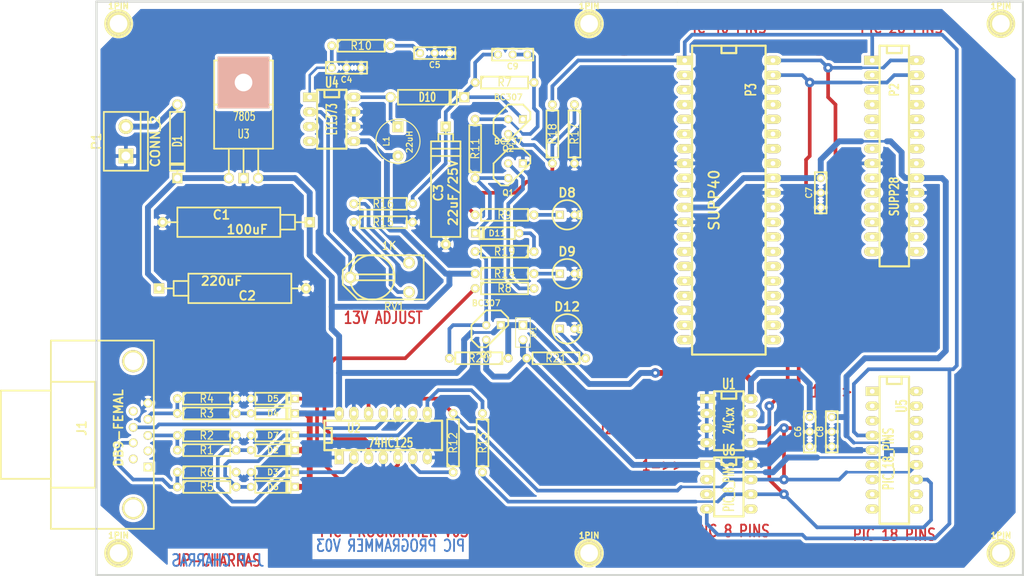
<source format=kicad_pcb>
(kicad_pcb (version 20171130) (host pcbnew "(2018-01-31 revision c758e72)-master")
  (title_block (title "SERIAL PIC PROGRAMMER"))
  (layers (0 Composant signal) (31 Cuivre signal) (34 B.Paste user) (35 F.Paste user) (36 B.SilkS user) (37 F.SilkS user) (38 B.Mask user) (39 F.Mask user) (44 Edge.Cuts user))
  (net 0 "")
  (net 1 /pic_programmer/CTS)
  (net 2 /pic_programmer/TXD)
  (net 3 GND)
  (net 4 VCC)
  (net 5 VPP)
  (net 6 VCC_PIC)
  (net 7 /pic_programmer/DTR)
  (net 8 /pic_programmer/PC-CLOCK-OUT)
  (net 9 VPP-MCLR)
  (net 10 CLOCK-RB6)
  (net 11 DATA-RB7)
  (net 12 "Net-(C2-Pad1)")
  (net 13 "Net-(C4-Pad1)")
  (net 14 "Net-(C5-Pad1)")
  (net 15 "Net-(C9-Pad2)")
  (net 16 "Net-(D1-Pad1)")
  (net 17 "Net-(D2-Pad1)")
  (net 18 "Net-(D4-Pad1)")
  (net 19 "Net-(D6-Pad1)")
  (net 20 "Net-(D8-Pad1)")
  (net 21 "Net-(D9-Pad1)")
  (net 22 "Net-(D10-Pad1)")
  (net 23 "Net-(D11-Pad2)")
  (net 24 "Net-(D11-Pad1)")
  (net 25 "Net-(D12-Pad1)")
  (net 26 "Net-(Q1-Pad2)")
  (net 27 "Net-(Q2-Pad3)")
  (net 28 "Net-(Q3-Pad2)")
  (net 29 "Net-(R8-Pad1)")
  (net 30 "Net-(R12-Pad1)")
  (net 31 "Net-(R13-Pad1)")
  (net 32 "Net-(R15-Pad1)")
  (net 33 "Net-(R16-Pad1)")
  (net 34 "Net-(RV1-Pad2)")
  (module 28DIP-ELL300 (layer Composant) (at 211.455 67.31 270)
    (fp_text reference P2 (at -11.43 0 270) (layer F.SilkS) (effects (font (size 1.524 1.143) (thickness 0.3048))))
    (fp_text value SUPP28 (at 6.985 0 270) (layer F.SilkS) (effects (font (size 1.524 1.143) (thickness 0.3048))))
    (pad 2 thru_hole oval (at -13.97 3.81 270) (size 1.5748 2.794) (drill 0.812799) (layers *.Cu *.Mask F.SilkS))
    (pad 3 thru_hole oval (at -11.43 3.81 270) (size 1.5748 2.794) (drill 0.812799) (layers *.Cu *.Mask F.SilkS))
    (pad 4 thru_hole oval (at -8.89 3.81 270) (size 1.5748 2.794) (drill 0.812799) (layers *.Cu *.Mask F.SilkS))
    (pad 5 thru_hole oval (at -6.35 3.81 270) (size 1.5748 2.794) (drill 0.812799) (layers *.Cu *.Mask F.SilkS))
    (pad 6 thru_hole oval (at -3.81 3.81 270) (size 1.5748 2.794) (drill 0.812799) (layers *.Cu *.Mask F.SilkS))
    (pad 7 thru_hole oval (at -1.27 3.81 270) (size 1.5748 2.794) (drill 0.812799) (layers *.Cu *.Mask F.SilkS))
    (pad 8 thru_hole oval (at 1.27 3.81 270) (size 1.5748 2.794) (drill 0.812799) (layers *.Cu *.Mask F.SilkS) (net 3 GND))
    (pad 9 thru_hole oval (at 3.81 3.81 270) (size 1.5748 2.794) (drill 0.812799) (layers *.Cu *.Mask F.SilkS))
    (pad 10 thru_hole oval (at 6.35 3.81 270) (size 1.5748 2.794) (drill 0.812799) (layers *.Cu *.Mask F.SilkS))
    (pad 11 thru_hole oval (at 8.89 3.81 270) (size 1.5748 2.794) (drill 0.812799) (layers *.Cu *.Mask F.SilkS))
    (pad 12 thru_hole oval (at 11.43 3.81 270) (size 1.5748 2.794) (drill 0.812799) (layers *.Cu *.Mask F.SilkS))
    (pad 13 thru_hole oval (at 13.97 3.81 270) (size 1.5748 2.794) (drill 0.812799) (layers *.Cu *.Mask F.SilkS))
    (pad 14 thru_hole oval (at 16.51 3.81 270) (size 1.5748 2.794) (drill 0.812799) (layers *.Cu *.Mask F.SilkS))
    (pad 1 thru_hole rect (at -16.51 3.81 270) (size 1.5748 2.794) (drill 0.812799) (layers *.Cu *.Mask F.SilkS) (net 9 VPP-MCLR))
    (pad 15 thru_hole oval (at 16.51 -3.81 270) (size 1.5748 2.794) (drill 0.812799) (layers *.Cu *.Mask F.SilkS))
    (pad 16 thru_hole oval (at 13.97 -3.81 270) (size 1.5748 2.794) (drill 0.812799) (layers *.Cu *.Mask F.SilkS))
    (pad 17 thru_hole oval (at 11.43 -3.81 270) (size 1.5748 2.794) (drill 0.812799) (layers *.Cu *.Mask F.SilkS))
    (pad 18 thru_hole oval (at 8.89 -3.81 270) (size 1.5748 2.794) (drill 0.812799) (layers *.Cu *.Mask F.SilkS))
    (pad 19 thru_hole oval (at 6.35 -3.81 270) (size 1.5748 2.794) (drill 0.812799) (layers *.Cu *.Mask F.SilkS) (net 3 GND))
    (pad 20 thru_hole oval (at 3.81 -3.81 270) (size 1.5748 2.794) (drill 0.812799) (layers *.Cu *.Mask F.SilkS) (net 6 VCC_PIC))
    (pad 21 thru_hole oval (at 1.27 -3.81 270) (size 1.5748 2.794) (drill 0.812799) (layers *.Cu *.Mask F.SilkS))
    (pad 22 thru_hole oval (at -1.27 -3.81 270) (size 1.5748 2.794) (drill 0.812799) (layers *.Cu *.Mask F.SilkS))
    (pad 23 thru_hole oval (at -3.81 -3.81 270) (size 1.5748 2.794) (drill 0.812799) (layers *.Cu *.Mask F.SilkS))
    (pad 24 thru_hole oval (at -6.35 -3.81 270) (size 1.5748 2.794) (drill 0.812799) (layers *.Cu *.Mask F.SilkS))
    (pad 25 thru_hole oval (at -8.89 -3.81 270) (size 1.5748 2.794) (drill 0.812799) (layers *.Cu *.Mask F.SilkS))
    (pad 26 thru_hole oval (at -11.43 -3.81 270) (size 1.5748 2.794) (drill 0.812799) (layers *.Cu *.Mask F.SilkS))
    (pad 27 thru_hole oval (at -13.97 -3.81 270) (size 1.5748 2.794) (drill 0.812799) (layers *.Cu *.Mask F.SilkS) (net 10 CLOCK-RB6))
    (pad 28 thru_hole oval (at -16.51 -3.81 270) (size 1.5748 2.794) (drill 0.812799) (layers *.Cu *.Mask F.SilkS) (net 11 DATA-RB7))
  )
  (module 40DIP-ELL600 (layer Composant) (at 182.88 74.93 270)
    (fp_text reference P3 (at -19.05 -3.81 270) (layer F.SilkS) (effects (font (size 1.778 1.143) (thickness 0.3048))))
    (fp_text value SUPP40 (at 0 2.54 270) (layer F.SilkS) (effects (font (size 1.778 1.778) (thickness 0.3048))))
    (pad 1 thru_hole rect (at -24.13 7.62 270) (size 1.5748 2.794) (drill 0.812799) (layers *.Cu *.Mask F.SilkS) (net 9 VPP-MCLR))
    (pad 2 thru_hole oval (at -21.59 7.62 270) (size 1.5748 2.794) (drill 0.812799) (layers *.Cu *.Mask F.SilkS))
    (pad 3 thru_hole oval (at -19.05 7.62 270) (size 1.5748 2.794) (drill 0.812799) (layers *.Cu *.Mask F.SilkS))
    (pad 4 thru_hole oval (at -16.51 7.62 270) (size 1.5748 2.794) (drill 0.812799) (layers *.Cu *.Mask F.SilkS))
    (pad 5 thru_hole oval (at -13.97 7.62 270) (size 1.5748 2.794) (drill 0.812799) (layers *.Cu *.Mask F.SilkS))
    (pad 6 thru_hole oval (at -11.43 7.62 270) (size 1.5748 2.794) (drill 0.812799) (layers *.Cu *.Mask F.SilkS))
    (pad 7 thru_hole oval (at -8.89 7.62 270) (size 1.5748 2.794) (drill 0.812799) (layers *.Cu *.Mask F.SilkS))
    (pad 8 thru_hole oval (at -6.35 7.62 270) (size 1.5748 2.794) (drill 0.812799) (layers *.Cu *.Mask F.SilkS) (net 3 GND))
    (pad 9 thru_hole oval (at -3.81 7.62 270) (size 1.5748 2.794) (drill 0.812799) (layers *.Cu *.Mask F.SilkS))
    (pad 10 thru_hole oval (at -1.27 7.62 270) (size 1.5748 2.794) (drill 0.812799) (layers *.Cu *.Mask F.SilkS))
    (pad 11 thru_hole oval (at 1.27 7.62 270) (size 1.5748 2.794) (drill 0.812799) (layers *.Cu *.Mask F.SilkS) (net 6 VCC_PIC))
    (pad 12 thru_hole oval (at 3.81 7.62 270) (size 1.5748 2.794) (drill 0.812799) (layers *.Cu *.Mask F.SilkS) (net 3 GND))
    (pad 13 thru_hole oval (at 6.35 7.62 270) (size 1.5748 2.794) (drill 0.812799) (layers *.Cu *.Mask F.SilkS))
    (pad 14 thru_hole oval (at 8.89 7.62 270) (size 1.5748 2.794) (drill 0.812799) (layers *.Cu *.Mask F.SilkS))
    (pad 15 thru_hole oval (at 11.43 7.62 270) (size 1.5748 2.794) (drill 0.812799) (layers *.Cu *.Mask F.SilkS))
    (pad 16 thru_hole oval (at 13.97 7.62 270) (size 1.5748 2.794) (drill 0.812799) (layers *.Cu *.Mask F.SilkS))
    (pad 17 thru_hole oval (at 16.51 7.62 270) (size 1.5748 2.794) (drill 0.812799) (layers *.Cu *.Mask F.SilkS))
    (pad 18 thru_hole oval (at 19.05 7.62 270) (size 1.5748 2.794) (drill 0.812799) (layers *.Cu *.Mask F.SilkS))
    (pad 19 thru_hole oval (at 21.59 7.62 270) (size 1.5748 2.794) (drill 0.812799) (layers *.Cu *.Mask F.SilkS))
    (pad 20 thru_hole oval (at 24.13 7.62 270) (size 1.5748 2.794) (drill 0.812799) (layers *.Cu *.Mask F.SilkS))
    (pad 21 thru_hole oval (at 24.13 -7.62 270) (size 1.5748 2.794) (drill 0.812799) (layers *.Cu *.Mask F.SilkS))
    (pad 22 thru_hole oval (at 21.59 -7.62 270) (size 1.5748 2.794) (drill 0.812799) (layers *.Cu *.Mask F.SilkS))
    (pad 23 thru_hole oval (at 19.05 -7.62 270) (size 1.5748 2.794) (drill 0.812799) (layers *.Cu *.Mask F.SilkS))
    (pad 24 thru_hole oval (at 16.51 -7.62 270) (size 1.5748 2.794) (drill 0.812799) (layers *.Cu *.Mask F.SilkS))
    (pad 25 thru_hole oval (at 13.97 -7.62 270) (size 1.5748 2.794) (drill 0.812799) (layers *.Cu *.Mask F.SilkS))
    (pad 26 thru_hole oval (at 11.43 -7.62 270) (size 1.5748 2.794) (drill 0.812799) (layers *.Cu *.Mask F.SilkS))
    (pad 27 thru_hole oval (at 8.89 -7.62 270) (size 1.5748 2.794) (drill 0.812799) (layers *.Cu *.Mask F.SilkS))
    (pad 28 thru_hole oval (at 6.35 -7.62 270) (size 1.5748 2.794) (drill 0.812799) (layers *.Cu *.Mask F.SilkS))
    (pad 29 thru_hole oval (at 3.81 -7.62 270) (size 1.5748 2.794) (drill 0.812799) (layers *.Cu *.Mask F.SilkS))
    (pad 30 thru_hole oval (at 1.27 -7.62 270) (size 1.5748 2.794) (drill 0.812799) (layers *.Cu *.Mask F.SilkS))
    (pad 31 thru_hole oval (at -1.27 -7.62 270) (size 1.5748 2.794) (drill 0.812799) (layers *.Cu *.Mask F.SilkS) (net 3 GND))
    (pad 32 thru_hole oval (at -3.81 -7.62 270) (size 1.5748 2.794) (drill 0.812799) (layers *.Cu *.Mask F.SilkS) (net 6 VCC_PIC))
    (pad 33 thru_hole oval (at -6.35 -7.62 270) (size 1.5748 2.794) (drill 0.812799) (layers *.Cu *.Mask F.SilkS))
    (pad 34 thru_hole oval (at -8.89 -7.62 270) (size 1.5748 2.794) (drill 0.812799) (layers *.Cu *.Mask F.SilkS))
    (pad 35 thru_hole oval (at -11.43 -7.62 270) (size 1.5748 2.794) (drill 0.812799) (layers *.Cu *.Mask F.SilkS))
    (pad 36 thru_hole oval (at -13.97 -7.62 270) (size 1.5748 2.794) (drill 0.812799) (layers *.Cu *.Mask F.SilkS))
    (pad 37 thru_hole oval (at -16.51 -7.62 270) (size 1.5748 2.794) (drill 0.812799) (layers *.Cu *.Mask F.SilkS))
    (pad 38 thru_hole oval (at -19.05 -7.62 270) (size 1.5748 2.794) (drill 0.812799) (layers *.Cu *.Mask F.SilkS))
    (pad 39 thru_hole oval (at -21.59 -7.62 270) (size 1.5748 2.794) (drill 0.812799) (layers *.Cu *.Mask F.SilkS) (net 10 CLOCK-RB6))
    (pad 40 thru_hole oval (at -24.13 -7.62 270) (size 1.5748 2.794) (drill 0.812799) (layers *.Cu *.Mask F.SilkS) (net 11 DATA-RB7))
  )
  (module 1pin (layer Composant) (at 158.75 44.45)
    (fp_text reference 1PIN (at 0 -3.048) (layer F.SilkS) (effects (font (size 1.016 1.016) (thickness 0.254))))
    (fp_text value P*** hide)
    (pad 1 thru_hole circle (at 0 0) (size 4.064 4.064) (drill 3.048) (layers *.Cu *.Mask F.SilkS))
  )
  (module 1pin (layer Composant) (at 158.75 135.89)
    (fp_text reference 1PIN (at 0 -3.048) (layer F.SilkS) (effects (font (size 1.016 1.016) (thickness 0.254))))
    (fp_text value P*** hide)
    (pad 1 thru_hole circle (at 0 0) (size 4.064 4.064) (drill 3.048) (layers *.Cu *.Mask F.SilkS))
  )
  (module 1pin (layer Composant) (at 77.47 135.89)
    (fp_text reference 1PIN (at 0 -3.048) (layer F.SilkS) (effects (font (size 1.016 1.016) (thickness 0.254))))
    (fp_text value P*** hide)
    (pad 1 thru_hole circle (at 0 0) (size 4.064 4.064) (drill 3.048) (layers *.Cu *.Mask F.SilkS))
  )
  (module 1pin (layer Composant) (at 77.47 44.45)
    (fp_text reference 1PIN (at 0 -3.048) (layer F.SilkS) (effects (font (size 1.016 1.016) (thickness 0.254))))
    (fp_text value P*** hide)
    (pad 1 thru_hole circle (at 0 0) (size 4.064 4.064) (drill 3.048) (layers *.Cu *.Mask F.SilkS))
  )
  (module 1pin (layer Composant) (at 229.87 135.89)
    (fp_text reference 1PIN (at 0 -3.048) (layer F.SilkS) (effects (font (size 1.016 1.016) (thickness 0.254))))
    (fp_text value P*** hide)
    (pad 1 thru_hole circle (at 0 0) (size 4.064 4.064) (drill 3.048) (layers *.Cu *.Mask F.SilkS))
  )
  (module 1pin (layer Composant) (at 229.87 44.45)
    (fp_text reference 1PIN (at 0 -3.048) (layer F.SilkS) (effects (font (size 1.016 1.016) (thickness 0.254))))
    (fp_text value P*** hide)
    (pad 1 thru_hole circle (at 0 0) (size 4.064 4.064) (drill 3.048) (layers *.Cu *.Mask F.SilkS))
  )
  (module discret:CP10 (layer Composant) (at 97.79 78.74 180)
    (fp_text reference C1 (at 2.54 1.27 180) (layer F.SilkS) (effects (font (size 1.524 1.524) (thickness 0.3048))))
    (fp_text value 100uF (at -1.905 -1.27 180) (layer F.SilkS) (effects (font (size 1.524 1.524) (thickness 0.3048))))
    (pad 2 thru_hole circle (at 12.7 0 180) (size 1.778 1.778) (drill 0.8128) (layers *.Cu *.Mask F.SilkS) (net 3 GND))
    (pad 1 thru_hole rect (at -12.7 0 180) (size 1.778 1.778) (drill 0.8128) (layers *.Cu *.Mask F.SilkS) (net 4 VCC))
  )
  (module discret:CP10 (layer Composant) (at 97.155 90.17)
    (fp_text reference C2 (at 2.54 1.27) (layer F.SilkS) (effects (font (size 1.524 1.524) (thickness 0.3048))))
    (fp_text value 220uF (at -1.905 -1.27) (layer F.SilkS) (effects (font (size 1.524 1.524) (thickness 0.3048))))
    (pad 2 thru_hole circle (at 12.7 0) (size 1.778 1.778) (drill 0.8128) (layers *.Cu *.Mask F.SilkS) (net 3 GND))
    (pad 1 thru_hole rect (at -12.7 0) (size 1.778 1.778) (drill 0.8128) (layers *.Cu *.Mask F.SilkS) (net 12 "Net-(C2-Pad1)"))
  )
  (module discret:CP8 (layer Composant) (at 133.985 72.39 270)
    (fp_text reference C3 (at 1.27 1.27 270) (layer F.SilkS) (effects (font (size 1.524 1.524) (thickness 0.3048))))
    (fp_text value 22uF/25V (at 1.27 -1.27 270) (layer F.SilkS) (effects (font (size 1.524 1.524) (thickness 0.3048))))
    (pad 1 thru_hole rect (at -10.16 0 270) (size 1.778 1.778) (drill 0.8128) (layers *.Cu *.Mask F.SilkS) (net 5 VPP))
    (pad 2 thru_hole circle (at 10.16 0 270) (size 1.778 1.778) (drill 0.8128) (layers *.Cu *.Mask F.SilkS) (net 3 GND))
  )
  (module discret:C1-1 (layer Composant) (at 116.84 52.07)
    (fp_text reference C4 (at 0 2.032) (layer F.SilkS) (effects (font (size 1.016 1.016) (thickness 0.2032))))
    (fp_text value 0 hide)
    (pad 1 thru_hole circle (at -2.54 0) (size 1.397 1.397) (drill 0.8128) (layers *.Cu *.Mask F.SilkS) (net 13 "Net-(C4-Pad1)"))
    (pad 2 thru_hole circle (at 2.54 0) (size 1.397 1.397) (drill 0.8128) (layers *.Cu *.Mask F.SilkS) (net 3 GND))
    (pad 2 thru_hole circle (at 0 0) (size 1.397 1.397) (drill 0.8128) (layers *.Cu *.Mask F.SilkS) (net 3 GND))
  )
  (module discret:C1-1 (layer Composant) (at 132.08 49.53)
    (fp_text reference C5 (at 0 2.032) (layer F.SilkS) (effects (font (size 1.016 1.016) (thickness 0.2032))))
    (fp_text value 10nF hide)
    (pad 1 thru_hole circle (at -2.54 0) (size 1.397 1.397) (drill 0.8128) (layers *.Cu *.Mask F.SilkS) (net 14 "Net-(C5-Pad1)"))
    (pad 2 thru_hole circle (at 2.54 0) (size 1.397 1.397) (drill 0.8128) (layers *.Cu *.Mask F.SilkS) (net 3 GND))
    (pad 2 thru_hole circle (at 0 0) (size 1.397 1.397) (drill 0.8128) (layers *.Cu *.Mask F.SilkS) (net 3 GND))
  )
  (module discret:C1-1 (layer Composant) (at 196.85 114.935 270)
    (fp_text reference C6 (at 0 2.032 270) (layer F.SilkS) (effects (font (size 1.016 1.016) (thickness 0.2032))))
    (fp_text value 100nF hide)
    (pad 1 thru_hole circle (at -2.54 0 270) (size 1.397 1.397) (drill 0.8128) (layers *.Cu *.Mask F.SilkS) (net 4 VCC))
    (pad 2 thru_hole circle (at 2.54 0 270) (size 1.397 1.397) (drill 0.8128) (layers *.Cu *.Mask F.SilkS) (net 3 GND))
    (pad 2 thru_hole circle (at 0 0 270) (size 1.397 1.397) (drill 0.8128) (layers *.Cu *.Mask F.SilkS) (net 3 GND))
  )
  (module discret:C1-1 (layer Composant) (at 198.755 73.66 270)
    (fp_text reference C7 (at 0 2.032 270) (layer F.SilkS) (effects (font (size 1.016 1.016) (thickness 0.2032))))
    (fp_text value 100nF hide)
    (pad 1 thru_hole circle (at -2.54 0 270) (size 1.397 1.397) (drill 0.8128) (layers *.Cu *.Mask F.SilkS) (net 6 VCC_PIC))
    (pad 2 thru_hole circle (at 2.54 0 270) (size 1.397 1.397) (drill 0.8128) (layers *.Cu *.Mask F.SilkS) (net 3 GND))
    (pad 2 thru_hole circle (at 0 0 270) (size 1.397 1.397) (drill 0.8128) (layers *.Cu *.Mask F.SilkS) (net 3 GND))
  )
  (module discret:C1-1 (layer Composant) (at 200.66 114.935 270)
    (fp_text reference C8 (at 0 2.032 270) (layer F.SilkS) (effects (font (size 1.016 1.016) (thickness 0.2032))))
    (fp_text value 100nF hide)
    (pad 1 thru_hole circle (at -2.54 0 270) (size 1.397 1.397) (drill 0.8128) (layers *.Cu *.Mask F.SilkS) (net 6 VCC_PIC))
    (pad 2 thru_hole circle (at 2.54 0 270) (size 1.397 1.397) (drill 0.8128) (layers *.Cu *.Mask F.SilkS) (net 3 GND))
    (pad 2 thru_hole circle (at 0 0 270) (size 1.397 1.397) (drill 0.8128) (layers *.Cu *.Mask F.SilkS) (net 3 GND))
  )
  (module discret:C1-1 (layer Composant) (at 145.542 49.784)
    (fp_text reference C9 (at 0 2.032) (layer F.SilkS) (effects (font (size 1.016 1.016) (thickness 0.2032))))
    (fp_text value 22OnF hide)
    (pad 1 thru_hole circle (at -2.54 0) (size 1.397 1.397) (drill 0.8128) (layers *.Cu *.Mask F.SilkS) (net 5 VPP))
    (pad 2 thru_hole circle (at 2.54 0) (size 1.397 1.397) (drill 0.8128) (layers *.Cu *.Mask F.SilkS) (net 15 "Net-(C9-Pad2)"))
    (pad 2 thru_hole circle (at 0 0) (size 1.397 1.397) (drill 0.8128) (layers *.Cu *.Mask F.SilkS) (net 15 "Net-(C9-Pad2)"))
  )
  (module discret:D5 (layer Composant) (at 87.63 64.77 270)
    (fp_text reference D1 (at 0 0 270) (layer F.SilkS) (effects (font (size 1.524 1.016) (thickness 0.3048))))
    (fp_text value 1N4004 hide)
    (pad 1 thru_hole circle (at -6.35 0 270) (size 1.778 1.778) (drill 1.143) (layers *.Cu *.Mask F.SilkS) (net 16 "Net-(D1-Pad1)"))
    (pad 2 thru_hole rect (at 6.35 0 270) (size 1.778 1.778) (drill 1.143) (layers *.Cu *.Mask F.SilkS) (net 12 "Net-(C2-Pad1)"))
  )
  (module discret:D3 (layer Composant) (at 104.14 118.11)
    (fp_text reference D2 (at 0 0) (layer F.SilkS) (effects (font (size 1.016 1.016) (thickness 0.2032))))
    (fp_text value BAT43 hide)
    (pad 2 thru_hole rect (at 3.81 0) (size 1.397 1.397) (drill 0.8128) (layers *.Cu *.Mask F.SilkS) (net 4 VCC))
    (pad 1 thru_hole circle (at -3.81 0) (size 1.397 1.397) (drill 0.8128) (layers *.Cu *.Mask F.SilkS) (net 17 "Net-(D2-Pad1)"))
  )
  (module discret:D3 (layer Composant) (at 104.14 121.92)
    (fp_text reference D3 (at 0 0) (layer F.SilkS) (effects (font (size 1.016 1.016) (thickness 0.2032))))
    (fp_text value BAT43 hide)
    (pad 2 thru_hole rect (at 3.81 0) (size 1.397 1.397) (drill 0.8128) (layers *.Cu *.Mask F.SilkS) (net 17 "Net-(D2-Pad1)"))
    (pad 1 thru_hole circle (at -3.81 0) (size 1.397 1.397) (drill 0.8128) (layers *.Cu *.Mask F.SilkS) (net 3 GND))
  )
  (module discret:D3 (layer Composant) (at 104.14 111.76)
    (fp_text reference D4 (at 0 0) (layer F.SilkS) (effects (font (size 1.016 1.016) (thickness 0.2032))))
    (fp_text value BAT43 hide)
    (pad 2 thru_hole rect (at 3.81 0) (size 1.397 1.397) (drill 0.8128) (layers *.Cu *.Mask F.SilkS) (net 4 VCC))
    (pad 1 thru_hole circle (at -3.81 0) (size 1.397 1.397) (drill 0.8128) (layers *.Cu *.Mask F.SilkS) (net 18 "Net-(D4-Pad1)"))
  )
  (module discret:D3 (layer Composant) (at 104.14 109.22)
    (fp_text reference D5 (at 0 0) (layer F.SilkS) (effects (font (size 1.016 1.016) (thickness 0.2032))))
    (fp_text value BAT43 hide)
    (pad 2 thru_hole rect (at 3.81 0) (size 1.397 1.397) (drill 0.8128) (layers *.Cu *.Mask F.SilkS) (net 18 "Net-(D4-Pad1)"))
    (pad 1 thru_hole circle (at -3.81 0) (size 1.397 1.397) (drill 0.8128) (layers *.Cu *.Mask F.SilkS) (net 3 GND))
  )
  (module discret:D3 (layer Composant) (at 104.14 124.46)
    (fp_text reference D6 (at 0 0) (layer F.SilkS) (effects (font (size 1.016 1.016) (thickness 0.2032))))
    (fp_text value BAT43 hide)
    (pad 2 thru_hole rect (at 3.81 0) (size 1.397 1.397) (drill 0.8128) (layers *.Cu *.Mask F.SilkS) (net 4 VCC))
    (pad 1 thru_hole circle (at -3.81 0) (size 1.397 1.397) (drill 0.8128) (layers *.Cu *.Mask F.SilkS) (net 19 "Net-(D6-Pad1)"))
  )
  (module discret:D3 (layer Composant) (at 104.14 115.57)
    (fp_text reference D7 (at 0 0) (layer F.SilkS) (effects (font (size 1.016 1.016) (thickness 0.2032))))
    (fp_text value BAT43 hide)
    (pad 2 thru_hole rect (at 3.81 0) (size 1.397 1.397) (drill 0.8128) (layers *.Cu *.Mask F.SilkS) (net 19 "Net-(D6-Pad1)"))
    (pad 1 thru_hole circle (at -3.81 0) (size 1.397 1.397) (drill 0.8128) (layers *.Cu *.Mask F.SilkS) (net 3 GND))
  )
  (module discret:LEDV (layer Composant) (at 154.94 77.47)
    (fp_text reference D8 (at 0 -3.81) (layer F.SilkS) (effects (font (size 1.524 1.524) (thickness 0.3048))))
    (fp_text value RED-LED hide)
    (pad 1 thru_hole rect (at -1.27 0) (size 1.397 1.397) (drill 0.8128) (layers *.Cu *.Mask F.SilkS) (net 20 "Net-(D8-Pad1)"))
    (pad 2 thru_hole circle (at 1.27 0) (size 1.397 1.397) (drill 0.8128) (layers *.Cu *.Mask F.SilkS) (net 3 GND))
  )
  (module discret:LEDV (layer Composant) (at 154.94 87.63)
    (fp_text reference D9 (at 0 -3.81) (layer F.SilkS) (effects (font (size 1.524 1.524) (thickness 0.3048))))
    (fp_text value GREEN-LED hide)
    (pad 1 thru_hole rect (at -1.27 0) (size 1.397 1.397) (drill 0.8128) (layers *.Cu *.Mask F.SilkS) (net 21 "Net-(D9-Pad1)"))
    (pad 2 thru_hole circle (at 1.27 0) (size 1.397 1.397) (drill 0.8128) (layers *.Cu *.Mask F.SilkS) (net 3 GND))
  )
  (module discret:D5 (layer Composant) (at 130.81 57.15)
    (fp_text reference D10 (at 0 0) (layer F.SilkS) (effects (font (size 1.524 1.016) (thickness 0.3048))))
    (fp_text value SCHOTTKY hide)
    (pad 1 thru_hole circle (at -6.35 0) (size 1.778 1.778) (drill 1.143) (layers *.Cu *.Mask F.SilkS) (net 22 "Net-(D10-Pad1)"))
    (pad 2 thru_hole rect (at 6.35 0) (size 1.778 1.778) (drill 1.143) (layers *.Cu *.Mask F.SilkS) (net 5 VPP))
  )
  (module discret:D3 (layer Composant) (at 142.875 80.645 180)
    (fp_text reference D11 (at 0 0 180) (layer F.SilkS) (effects (font (size 1.016 1.016) (thickness 0.2032))))
    (fp_text value BAT43 hide)
    (pad 2 thru_hole rect (at 3.81 0 180) (size 1.397 1.397) (drill 0.8128) (layers *.Cu *.Mask F.SilkS) (net 23 "Net-(D11-Pad2)"))
    (pad 1 thru_hole circle (at -3.81 0 180) (size 1.397 1.397) (drill 0.8128) (layers *.Cu *.Mask F.SilkS) (net 24 "Net-(D11-Pad1)"))
  )
  (module discret:LEDV (layer Composant) (at 154.94 97.155)
    (fp_text reference D12 (at 0 -3.81) (layer F.SilkS) (effects (font (size 1.524 1.524) (thickness 0.3048))))
    (fp_text value YELLOW-LED hide)
    (pad 1 thru_hole rect (at -1.27 0) (size 1.397 1.397) (drill 0.8128) (layers *.Cu *.Mask F.SilkS) (net 25 "Net-(D12-Pad1)"))
    (pad 2 thru_hole circle (at 1.27 0) (size 1.397 1.397) (drill 0.8128) (layers *.Cu *.Mask F.SilkS) (net 3 GND))
  )
  (module connect:DB9FC (layer Composant) (at 81.28 115.57 90)
    (fp_text reference J1 (at 1.27 -10.16 90) (layer F.SilkS) (effects (font (size 1.524 1.524) (thickness 0.3048))))
    (fp_text value DB9-FEMAL (at 1.27 -3.81 90) (layer F.SilkS) (effects (font (size 1.524 1.524) (thickness 0.3048))))
    (pad "" thru_hole circle (at 12.827 -1.27 90) (size 3.81 3.81) (drill 3.048) (layers *.Cu *.Mask F.SilkS))
    (pad "" thru_hole circle (at -12.573 -1.27 90) (size 3.81 3.81) (drill 3.048) (layers *.Cu *.Mask F.SilkS))
    (pad 1 thru_hole rect (at -5.461 1.27 90) (size 1.524 1.524) (drill 1.016) (layers *.Cu *.Mask F.SilkS))
    (pad 2 thru_hole circle (at -2.667 1.27 90) (size 1.524 1.524) (drill 1.016) (layers *.Cu *.Mask F.SilkS))
    (pad 3 thru_hole circle (at 0 1.27 90) (size 1.524 1.524) (drill 1.016) (layers *.Cu *.Mask F.SilkS) (net 2 /pic_programmer/TXD))
    (pad 4 thru_hole circle (at 2.794 1.27 90) (size 1.524 1.524) (drill 1.016) (layers *.Cu *.Mask F.SilkS) (net 7 /pic_programmer/DTR))
    (pad 5 thru_hole circle (at 5.588 1.27 90) (size 1.524 1.524) (drill 1.016) (layers *.Cu *.Mask F.SilkS) (net 3 GND))
    (pad 6 thru_hole circle (at -4.064 -1.27 90) (size 1.524 1.524) (drill 1.016) (layers *.Cu *.Mask F.SilkS))
    (pad 7 thru_hole circle (at -1.27 -1.27 90) (size 1.524 1.524) (drill 1.016) (layers *.Cu *.Mask F.SilkS) (net 8 /pic_programmer/PC-CLOCK-OUT))
    (pad 8 thru_hole circle (at 1.397 -1.27 90) (size 1.524 1.524) (drill 1.016) (layers *.Cu *.Mask F.SilkS) (net 1 /pic_programmer/CTS))
    (pad 9 thru_hole circle (at 4.191 -1.27 90) (size 1.524 1.524) (drill 1.016) (layers *.Cu *.Mask F.SilkS))
  )
  (module pin_array:PIN_ARRAY_2X1 (layer Composant) (at 147.32 97.79 270)
    (fp_text reference JP1 (at 0 -1.905 270) (layer F.SilkS) (effects (font (size 0.762 0.762) (thickness 0.1524))))
    (fp_text value JUMPER hide)
    (pad 1 thru_hole rect (at -1.27 0 270) (size 1.524 1.524) (drill 1.016) (layers *.Cu *.Mask F.SilkS) (net 4 VCC))
    (pad 2 thru_hole circle (at 1.27 0 270) (size 1.524 1.524) (drill 1.016) (layers *.Cu *.Mask F.SilkS) (net 6 VCC_PIC))
  )
  (module inductors:INDUCTOR_V (layer Composant) (at 125.73 64.77 270)
    (fp_text reference L1 (at 0 1.99898 270) (layer F.SilkS) (effects (font (size 1.00076 1.00076) (thickness 0.2032))))
    (fp_text value 22uH (at 0.09906 -1.99898 270) (layer F.SilkS) (effects (font (size 1.00076 1.00076) (thickness 0.2032))))
    (pad 1 thru_hole rect (at -2.54 0 270) (size 1.905 1.905) (drill 0.8128) (layers *.Cu *.Mask F.SilkS) (net 22 "Net-(D10-Pad1)"))
    (pad 2 thru_hole circle (at 2.54 0 270) (size 1.905 1.905) (drill 0.8128) (layers *.Cu *.Mask F.SilkS) (net 4 VCC))
  )
  (module connect:bornier2 (layer Composant) (at 78.74 64.77 90)
    (fp_text reference P1 (at 0 -5.08 90) (layer F.SilkS) (effects (font (size 1.524 1.524) (thickness 0.3048))))
    (fp_text value CONN_2 (at 0 5.08 90) (layer F.SilkS) (effects (font (size 1.524 1.524) (thickness 0.3048))))
    (pad 1 thru_hole rect (at -2.54 0 90) (size 2.54 2.54) (drill 1.524) (layers *.Cu *.Mask F.SilkS) (net 3 GND))
    (pad 2 thru_hole circle (at 2.54 0 90) (size 2.54 2.54) (drill 1.524) (layers *.Cu *.Mask F.SilkS) (net 16 "Net-(D1-Pad1)"))
  )
  (module discret:TO92 (layer Composant) (at 146.05 69.85)
    (fp_text reference Q1 (at -1.27 3.81) (layer F.SilkS) (effects (font (size 1.016 1.016) (thickness 0.2032))))
    (fp_text value BC237 (at -1.27 -5.08) (layer F.SilkS) (effects (font (size 1.016 1.016) (thickness 0.2032))))
    (pad 1 thru_hole rect (at 1.27 -1.27) (size 1.397 1.397) (drill 0.8128) (layers *.Cu *.Mask F.SilkS) (net 3 GND))
    (pad 2 thru_hole circle (at -1.27 -1.27) (size 1.397 1.397) (drill 0.8128) (layers *.Cu *.Mask F.SilkS) (net 26 "Net-(Q1-Pad2)"))
    (pad 3 thru_hole circle (at -1.27 1.27) (size 1.397 1.397) (drill 0.8128) (layers *.Cu *.Mask F.SilkS) (net 23 "Net-(D11-Pad2)"))
  )
  (module discret:TO92 (layer Composant) (at 146.05 62.23)
    (fp_text reference Q2 (at -1.27 3.81) (layer F.SilkS) (effects (font (size 1.016 1.016) (thickness 0.2032))))
    (fp_text value BC307 (at -1.27 -5.08) (layer F.SilkS) (effects (font (size 1.016 1.016) (thickness 0.2032))))
    (pad 1 thru_hole rect (at 1.27 -1.27) (size 1.397 1.397) (drill 0.8128) (layers *.Cu *.Mask F.SilkS) (net 5 VPP))
    (pad 2 thru_hole circle (at -1.27 -1.27) (size 1.397 1.397) (drill 0.8128) (layers *.Cu *.Mask F.SilkS) (net 15 "Net-(C9-Pad2)"))
    (pad 3 thru_hole circle (at -1.27 1.27) (size 1.397 1.397) (drill 0.8128) (layers *.Cu *.Mask F.SilkS) (net 27 "Net-(Q2-Pad3)"))
  )
  (module discret:TO92 (layer Composant) (at 142.24 97.79)
    (fp_text reference Q3 (at -1.27 3.81) (layer F.SilkS) (effects (font (size 1.016 1.016) (thickness 0.2032))))
    (fp_text value BC307 (at -1.27 -5.08) (layer F.SilkS) (effects (font (size 1.016 1.016) (thickness 0.2032))))
    (pad 1 thru_hole rect (at 1.27 -1.27) (size 1.397 1.397) (drill 0.8128) (layers *.Cu *.Mask F.SilkS) (net 4 VCC))
    (pad 2 thru_hole circle (at -1.27 -1.27) (size 1.397 1.397) (drill 0.8128) (layers *.Cu *.Mask F.SilkS) (net 28 "Net-(Q3-Pad2)"))
    (pad 3 thru_hole circle (at -1.27 1.27) (size 1.397 1.397) (drill 0.8128) (layers *.Cu *.Mask F.SilkS) (net 6 VCC_PIC))
  )
  (module discret:R4 (layer Composant) (at 92.71 118.11)
    (fp_text reference R1 (at 0 0) (layer F.SilkS) (effects (font (size 1.397 1.27) (thickness 0.2032))))
    (fp_text value 10K hide)
    (pad 1 thru_hole circle (at -5.08 0) (size 1.524 1.524) (drill 0.8128) (layers *.Cu *.Mask F.SilkS) (net 2 /pic_programmer/TXD))
    (pad 2 thru_hole circle (at 5.08 0) (size 1.524 1.524) (drill 0.8128) (layers *.Cu *.Mask F.SilkS) (net 17 "Net-(D2-Pad1)"))
  )
  (module discret:R4 (layer Composant) (at 92.71 115.57)
    (fp_text reference R2 (at 0 0) (layer F.SilkS) (effects (font (size 1.397 1.27) (thickness 0.2032))))
    (fp_text value 10K hide)
    (pad 1 thru_hole circle (at -5.08 0) (size 1.524 1.524) (drill 0.8128) (layers *.Cu *.Mask F.SilkS) (net 2 /pic_programmer/TXD))
    (pad 2 thru_hole circle (at 5.08 0) (size 1.524 1.524) (drill 0.8128) (layers *.Cu *.Mask F.SilkS) (net 3 GND))
  )
  (module discret:R4 (layer Composant) (at 92.71 111.76)
    (fp_text reference R3 (at 0 0) (layer F.SilkS) (effects (font (size 1.397 1.27) (thickness 0.2032))))
    (fp_text value 10K hide)
    (pad 1 thru_hole circle (at -5.08 0) (size 1.524 1.524) (drill 0.8128) (layers *.Cu *.Mask F.SilkS) (net 7 /pic_programmer/DTR))
    (pad 2 thru_hole circle (at 5.08 0) (size 1.524 1.524) (drill 0.8128) (layers *.Cu *.Mask F.SilkS) (net 18 "Net-(D4-Pad1)"))
  )
  (module discret:R4 (layer Composant) (at 92.71 109.22)
    (fp_text reference R4 (at 0 0) (layer F.SilkS) (effects (font (size 1.397 1.27) (thickness 0.2032))))
    (fp_text value 10K hide)
    (pad 1 thru_hole circle (at -5.08 0) (size 1.524 1.524) (drill 0.8128) (layers *.Cu *.Mask F.SilkS) (net 7 /pic_programmer/DTR))
    (pad 2 thru_hole circle (at 5.08 0) (size 1.524 1.524) (drill 0.8128) (layers *.Cu *.Mask F.SilkS) (net 3 GND))
  )
  (module discret:R4 (layer Composant) (at 92.71 124.46)
    (fp_text reference R5 (at 0 0) (layer F.SilkS) (effects (font (size 1.397 1.27) (thickness 0.2032))))
    (fp_text value 10K hide)
    (pad 1 thru_hole circle (at -5.08 0) (size 1.524 1.524) (drill 0.8128) (layers *.Cu *.Mask F.SilkS) (net 8 /pic_programmer/PC-CLOCK-OUT))
    (pad 2 thru_hole circle (at 5.08 0) (size 1.524 1.524) (drill 0.8128) (layers *.Cu *.Mask F.SilkS) (net 19 "Net-(D6-Pad1)"))
  )
  (module discret:R4 (layer Composant) (at 92.71 121.92)
    (fp_text reference R6 (at 0 0) (layer F.SilkS) (effects (font (size 1.397 1.27) (thickness 0.2032))))
    (fp_text value 10K hide)
    (pad 1 thru_hole circle (at -5.08 0) (size 1.524 1.524) (drill 0.8128) (layers *.Cu *.Mask F.SilkS) (net 8 /pic_programmer/PC-CLOCK-OUT))
    (pad 2 thru_hole circle (at 5.08 0) (size 1.524 1.524) (drill 0.8128) (layers *.Cu *.Mask F.SilkS) (net 3 GND))
  )
  (module discret:R4 (layer Composant) (at 144.145 54.61)
    (fp_text reference R7 (at 0 0) (layer F.SilkS) (effects (font (size 1.397 1.27) (thickness 0.2032))))
    (fp_text value 10K hide)
    (pad 1 thru_hole circle (at -5.08 0) (size 1.524 1.524) (drill 0.8128) (layers *.Cu *.Mask F.SilkS) (net 5 VPP))
    (pad 2 thru_hole circle (at 5.08 0) (size 1.524 1.524) (drill 0.8128) (layers *.Cu *.Mask F.SilkS) (net 15 "Net-(C9-Pad2)"))
  )
  (module discret:R4 (layer Composant) (at 144.145 90.17)
    (fp_text reference R8 (at 0 0) (layer F.SilkS) (effects (font (size 1.397 1.27) (thickness 0.2032))))
    (fp_text value 1K hide)
    (pad 1 thru_hole circle (at -5.08 0) (size 1.524 1.524) (drill 0.8128) (layers *.Cu *.Mask F.SilkS) (net 29 "Net-(R8-Pad1)"))
    (pad 2 thru_hole circle (at 5.08 0) (size 1.524 1.524) (drill 0.8128) (layers *.Cu *.Mask F.SilkS) (net 26 "Net-(Q1-Pad2)"))
  )
  (module discret:R4 (layer Composant) (at 144.145 77.47)
    (fp_text reference R9 (at 0 0) (layer F.SilkS) (effects (font (size 1.397 1.27) (thickness 0.2032))))
    (fp_text value 2.2K hide)
    (pad 1 thru_hole circle (at -5.08 0) (size 1.524 1.524) (drill 0.8128) (layers *.Cu *.Mask F.SilkS) (net 27 "Net-(Q2-Pad3)"))
    (pad 2 thru_hole circle (at 5.08 0) (size 1.524 1.524) (drill 0.8128) (layers *.Cu *.Mask F.SilkS) (net 20 "Net-(D8-Pad1)"))
  )
  (module discret:R4 (layer Composant) (at 119.38 48.26)
    (fp_text reference R10 (at 0 0) (layer F.SilkS) (effects (font (size 1.397 1.27) (thickness 0.2032))))
    (fp_text value 5,1K hide)
    (pad 1 thru_hole circle (at -5.08 0) (size 1.524 1.524) (drill 0.8128) (layers *.Cu *.Mask F.SilkS) (net 13 "Net-(C4-Pad1)"))
    (pad 2 thru_hole circle (at 5.08 0) (size 1.524 1.524) (drill 0.8128) (layers *.Cu *.Mask F.SilkS) (net 14 "Net-(C5-Pad1)"))
  )
  (module discret:R4 (layer Composant) (at 139.065 66.04 90)
    (fp_text reference R11 (at 0 0 90) (layer F.SilkS) (effects (font (size 1.397 1.27) (thickness 0.2032))))
    (fp_text value 22K hide)
    (pad 1 thru_hole circle (at -5.08 0 90) (size 1.524 1.524) (drill 0.8128) (layers *.Cu *.Mask F.SilkS) (net 23 "Net-(D11-Pad2)"))
    (pad 2 thru_hole circle (at 5.08 0 90) (size 1.524 1.524) (drill 0.8128) (layers *.Cu *.Mask F.SilkS) (net 15 "Net-(C9-Pad2)"))
  )
  (module discret:R4 (layer Composant) (at 135.255 116.84 90)
    (fp_text reference R12 (at 0 0 90) (layer F.SilkS) (effects (font (size 1.397 1.27) (thickness 0.2032))))
    (fp_text value 470 hide)
    (pad 1 thru_hole circle (at -5.08 0 90) (size 1.524 1.524) (drill 0.8128) (layers *.Cu *.Mask F.SilkS) (net 30 "Net-(R12-Pad1)"))
    (pad 2 thru_hole circle (at 5.08 0 90) (size 1.524 1.524) (drill 0.8128) (layers *.Cu *.Mask F.SilkS) (net 11 DATA-RB7))
  )
  (module discret:R4 (layer Composant) (at 140.335 116.84 270)
    (fp_text reference R13 (at 0 0 270) (layer F.SilkS) (effects (font (size 1.397 1.27) (thickness 0.2032))))
    (fp_text value 470 hide)
    (pad 1 thru_hole circle (at -5.08 0 270) (size 1.524 1.524) (drill 0.8128) (layers *.Cu *.Mask F.SilkS) (net 31 "Net-(R13-Pad1)"))
    (pad 2 thru_hole circle (at 5.08 0 270) (size 1.524 1.524) (drill 0.8128) (layers *.Cu *.Mask F.SilkS) (net 10 CLOCK-RB6))
  )
  (module discret:R4 (layer Composant) (at 144.145 87.63)
    (fp_text reference R14 (at 0 0) (layer F.SilkS) (effects (font (size 1.397 1.27) (thickness 0.2032))))
    (fp_text value 470 hide)
    (pad 1 thru_hole circle (at -5.08 0) (size 1.524 1.524) (drill 0.8128) (layers *.Cu *.Mask F.SilkS) (net 4 VCC))
    (pad 2 thru_hole circle (at 5.08 0) (size 1.524 1.524) (drill 0.8128) (layers *.Cu *.Mask F.SilkS) (net 21 "Net-(D9-Pad1)"))
  )
  (module discret:R4 (layer Composant) (at 123.19 78.74)
    (fp_text reference R15 (at 0 0) (layer F.SilkS) (effects (font (size 1.397 1.27) (thickness 0.2032))))
    (fp_text value 6.2K hide)
    (pad 1 thru_hole circle (at -5.08 0) (size 1.524 1.524) (drill 0.8128) (layers *.Cu *.Mask F.SilkS) (net 32 "Net-(R15-Pad1)"))
    (pad 2 thru_hole circle (at 5.08 0) (size 1.524 1.524) (drill 0.8128) (layers *.Cu *.Mask F.SilkS) (net 3 GND))
  )
  (module discret:R4 (layer Composant) (at 123.19 75.565)
    (fp_text reference R16 (at 0 0) (layer F.SilkS) (effects (font (size 1.397 1.27) (thickness 0.2032))))
    (fp_text value 62K hide)
    (pad 1 thru_hole circle (at -5.08 0) (size 1.524 1.524) (drill 0.8128) (layers *.Cu *.Mask F.SilkS) (net 33 "Net-(R16-Pad1)"))
    (pad 2 thru_hole circle (at 5.08 0) (size 1.524 1.524) (drill 0.8128) (layers *.Cu *.Mask F.SilkS) (net 5 VPP))
  )
  (module discret:R4 (layer Composant) (at 156.21 63.5 270)
    (fp_text reference R17 (at 0 0 270) (layer F.SilkS) (effects (font (size 1.397 1.27) (thickness 0.2032))))
    (fp_text value 22K hide)
    (pad 1 thru_hole circle (at -5.08 0 270) (size 1.524 1.524) (drill 0.8128) (layers *.Cu *.Mask F.SilkS) (net 27 "Net-(Q2-Pad3)"))
    (pad 2 thru_hole circle (at 5.08 0 270) (size 1.524 1.524) (drill 0.8128) (layers *.Cu *.Mask F.SilkS) (net 3 GND))
  )
  (module discret:R4 (layer Composant) (at 152.4 63.5 90)
    (fp_text reference R18 (at 0 0 90) (layer F.SilkS) (effects (font (size 1.397 1.27) (thickness 0.2032))))
    (fp_text value 220 hide)
    (pad 1 thru_hole circle (at -5.08 0 90) (size 1.524 1.524) (drill 0.8128) (layers *.Cu *.Mask F.SilkS) (net 27 "Net-(Q2-Pad3)"))
    (pad 2 thru_hole circle (at 5.08 0 90) (size 1.524 1.524) (drill 0.8128) (layers *.Cu *.Mask F.SilkS) (net 9 VPP-MCLR))
  )
  (module discret:R4 (layer Composant) (at 144.145 83.82 180)
    (fp_text reference R19 (at 0 0 180) (layer F.SilkS) (effects (font (size 1.397 1.27) (thickness 0.2032))))
    (fp_text value 2.2K hide)
    (pad 1 thru_hole circle (at -5.08 0 180) (size 1.524 1.524) (drill 0.8128) (layers *.Cu *.Mask F.SilkS) (net 24 "Net-(D11-Pad1)"))
    (pad 2 thru_hole circle (at 5.08 0 180) (size 1.524 1.524) (drill 0.8128) (layers *.Cu *.Mask F.SilkS) (net 28 "Net-(Q3-Pad2)"))
  )
  (module discret:R4 (layer Composant) (at 139.7 102.235 180)
    (fp_text reference R20 (at 0 0 180) (layer F.SilkS) (effects (font (size 1.397 1.27) (thickness 0.2032))))
    (fp_text value 2.2K hide)
    (pad 1 thru_hole circle (at -5.08 0 180) (size 1.524 1.524) (drill 0.8128) (layers *.Cu *.Mask F.SilkS) (net 4 VCC))
    (pad 2 thru_hole circle (at 5.08 0 180) (size 1.524 1.524) (drill 0.8128) (layers *.Cu *.Mask F.SilkS) (net 28 "Net-(Q3-Pad2)"))
  )
  (module discret:R4 (layer Composant) (at 153.035 102.235 180)
    (fp_text reference R21 (at 0 0 180) (layer F.SilkS) (effects (font (size 1.397 1.27) (thickness 0.2032))))
    (fp_text value 470 hide)
    (pad 1 thru_hole circle (at -5.08 0 180) (size 1.524 1.524) (drill 0.8128) (layers *.Cu *.Mask F.SilkS) (net 25 "Net-(D12-Pad1)"))
    (pad 2 thru_hole circle (at 5.08 0 180) (size 1.524 1.524) (drill 0.8128) (layers *.Cu *.Mask F.SilkS) (net 6 VCC_PIC))
  )
  (module discret:RV2X4 (layer Composant) (at 122.555 88.265 180)
    (fp_text reference RV1 (at -2.54 -5.08 180) (layer F.SilkS) (effects (font (size 1.397 1.27) (thickness 0.2032))))
    (fp_text value 1K (at -1.651 5.461 180) (layer F.SilkS) (effects (font (size 1.397 1.27) (thickness 0.2032))))
    (pad 1 thru_hole circle (at -5.08 -2.54 180) (size 2.032 2.032) (drill 1.27) (layers *.Cu *.Mask F.SilkS) (net 32 "Net-(R15-Pad1)"))
    (pad 2 thru_hole circle (at 5.08 0 180) (size 2.032 2.032) (drill 1.27) (layers *.Cu *.Mask F.SilkS) (net 34 "Net-(RV1-Pad2)"))
    (pad 3 thru_hole circle (at -5.08 2.54 180) (size 2.032 2.032) (drill 1.27) (layers *.Cu *.Mask F.SilkS) (net 33 "Net-(R16-Pad1)"))
  )
  (module dip_sockets:DIP-8__300_ELL (layer Composant) (at 182.88 113.03 270)
    (fp_text reference U1 (at -6.35 0) (layer F.SilkS) (effects (font (size 1.778 1.143) (thickness 0.3048))))
    (fp_text value 24Cxx (at 0 0 270) (layer F.SilkS) (effects (font (size 1.778 1.016) (thickness 0.3048))))
    (pad 1 thru_hole rect (at -3.81 3.81 270) (size 1.5748 2.286) (drill 0.8128) (layers *.Cu *.Mask F.SilkS) (net 3 GND))
    (pad 2 thru_hole oval (at -1.27 3.81 270) (size 1.5748 2.286) (drill 0.8128) (layers *.Cu *.Mask F.SilkS) (net 3 GND))
    (pad 3 thru_hole oval (at 1.27 3.81 270) (size 1.5748 2.286) (drill 0.8128) (layers *.Cu *.Mask F.SilkS) (net 3 GND))
    (pad 4 thru_hole oval (at 3.81 3.81 270) (size 1.5748 2.286) (drill 0.8128) (layers *.Cu *.Mask F.SilkS) (net 3 GND))
    (pad 5 thru_hole oval (at 3.81 -3.81 270) (size 1.5748 2.286) (drill 0.8128) (layers *.Cu *.Mask F.SilkS) (net 11 DATA-RB7))
    (pad 6 thru_hole oval (at 1.27 -3.81 270) (size 1.5748 2.286) (drill 0.8128) (layers *.Cu *.Mask F.SilkS) (net 10 CLOCK-RB6))
    (pad 7 thru_hole oval (at -1.27 -3.81 270) (size 1.5748 2.286) (drill 0.8128) (layers *.Cu *.Mask F.SilkS))
    (pad 8 thru_hole oval (at -3.81 -3.81 270) (size 1.5748 2.286) (drill 0.8128) (layers *.Cu *.Mask F.SilkS) (net 4 VCC))
  )
  (module dip_sockets:DIP-14__300_ELL (layer Composant) (at 123.19 115.57)
    (fp_text reference U2 (at -5.08 -1.27) (layer F.SilkS) (effects (font (size 1.524 1.143) (thickness 0.3048))))
    (fp_text value 74HC125 (at 1.27 1.27) (layer F.SilkS) (effects (font (size 1.524 1.143) (thickness 0.3048))))
    (pad 1 thru_hole rect (at -7.62 3.81) (size 1.5748 2.286) (drill 0.8128) (layers *.Cu *.Mask F.SilkS) (net 3 GND))
    (pad 2 thru_hole oval (at -5.08 3.81) (size 1.5748 2.286) (drill 0.8128) (layers *.Cu *.Mask F.SilkS) (net 17 "Net-(D2-Pad1)"))
    (pad 3 thru_hole oval (at -2.54 3.81) (size 1.5748 2.286) (drill 0.8128) (layers *.Cu *.Mask F.SilkS) (net 29 "Net-(R8-Pad1)"))
    (pad 4 thru_hole oval (at 0 3.81) (size 1.5748 2.286) (drill 0.8128) (layers *.Cu *.Mask F.SilkS) (net 3 GND))
    (pad 5 thru_hole oval (at 2.54 3.81) (size 1.5748 2.286) (drill 0.8128) (layers *.Cu *.Mask F.SilkS) (net 18 "Net-(D4-Pad1)"))
    (pad 6 thru_hole oval (at 5.08 3.81) (size 1.5748 2.286) (drill 0.8128) (layers *.Cu *.Mask F.SilkS) (net 30 "Net-(R12-Pad1)"))
    (pad 7 thru_hole oval (at 7.62 3.81) (size 1.5748 2.286) (drill 0.8128) (layers *.Cu *.Mask F.SilkS) (net 3 GND))
    (pad 8 thru_hole oval (at 7.62 -3.81) (size 1.5748 2.286) (drill 0.8128) (layers *.Cu *.Mask F.SilkS) (net 31 "Net-(R13-Pad1)"))
    (pad 9 thru_hole oval (at 5.08 -3.81) (size 1.5748 2.286) (drill 0.8128) (layers *.Cu *.Mask F.SilkS) (net 19 "Net-(D6-Pad1)"))
    (pad 10 thru_hole oval (at 2.54 -3.81) (size 1.5748 2.286) (drill 0.8128) (layers *.Cu *.Mask F.SilkS) (net 3 GND))
    (pad 11 thru_hole oval (at 0 -3.81) (size 1.5748 2.286) (drill 0.8128) (layers *.Cu *.Mask F.SilkS) (net 1 /pic_programmer/CTS))
    (pad 12 thru_hole oval (at -2.54 -3.81) (size 1.5748 2.286) (drill 0.8128) (layers *.Cu *.Mask F.SilkS) (net 11 DATA-RB7))
    (pad 13 thru_hole oval (at -5.08 -3.81) (size 1.5748 2.286) (drill 0.8128) (layers *.Cu *.Mask F.SilkS) (net 3 GND))
    (pad 14 thru_hole oval (at -7.62 -3.81) (size 1.5748 2.286) (drill 0.8128) (layers *.Cu *.Mask F.SilkS) (net 4 VCC))
  )
  (module discret:LM78XX (layer Composant) (at 99.06 71.12 90)
    (fp_text reference U3 (at 7.62 0 180) (layer F.SilkS) (effects (font (size 1.524 1.016) (thickness 0.2032))))
    (fp_text value 7805 (at 10.668 0.127 180) (layer F.SilkS) (effects (font (size 1.524 1.016) (thickness 0.2032))))
    (pad 4 thru_hole rect (at 16.51 0 90) (size 8.89 8.89) (drill 3.048) (layers *.Cu *.SilkS *.Mask))
    (pad VI thru_hole circle (at 0 -2.54 90) (size 1.778 1.778) (drill 1.143) (layers *.Cu *.Mask F.SilkS) (net 12 "Net-(C2-Pad1)"))
    (pad GND thru_hole rect (at 0 0 90) (size 1.778 1.778) (drill 1.143) (layers *.Cu *.Mask F.SilkS) (net 3 GND))
    (pad VO thru_hole circle (at 0 2.54 90) (size 1.778 1.778) (drill 1.143) (layers *.Cu *.Mask F.SilkS) (net 4 VCC))
  )
  (module dip_sockets:DIP-8__300_ELL (layer Composant) (at 114.3 60.96 270)
    (fp_text reference U4 (at -6.35 0) (layer F.SilkS) (effects (font (size 1.778 1.143) (thickness 0.3048))))
    (fp_text value LT1373 (at 0 0 270) (layer F.SilkS) (effects (font (size 1.778 1.016) (thickness 0.3048))))
    (pad 1 thru_hole rect (at -3.81 3.81 270) (size 1.5748 2.286) (drill 0.8128) (layers *.Cu *.Mask F.SilkS) (net 13 "Net-(C4-Pad1)"))
    (pad 2 thru_hole oval (at -1.27 3.81 270) (size 1.5748 2.286) (drill 0.8128) (layers *.Cu *.Mask F.SilkS) (net 34 "Net-(RV1-Pad2)"))
    (pad 3 thru_hole oval (at 1.27 3.81 270) (size 1.5748 2.286) (drill 0.8128) (layers *.Cu *.Mask F.SilkS))
    (pad 4 thru_hole oval (at 3.81 3.81 270) (size 1.5748 2.286) (drill 0.8128) (layers *.Cu *.Mask F.SilkS))
    (pad 5 thru_hole oval (at 3.81 -3.81 270) (size 1.5748 2.286) (drill 0.8128) (layers *.Cu *.Mask F.SilkS) (net 4 VCC))
    (pad 6 thru_hole oval (at 1.27 -3.81 270) (size 1.5748 2.286) (drill 0.8128) (layers *.Cu *.Mask F.SilkS) (net 3 GND))
    (pad 7 thru_hole oval (at -1.27 -3.81 270) (size 1.5748 2.286) (drill 0.8128) (layers *.Cu *.Mask F.SilkS) (net 3 GND))
    (pad 8 thru_hole oval (at -3.81 -3.81 270) (size 1.5748 2.286) (drill 0.8128) (layers *.Cu *.Mask F.SilkS) (net 22 "Net-(D10-Pad1)"))
  )
  (module dip_sockets:DIP-18__300_ELL (layer Composant) (at 211.455 118.11 270)
    (fp_text reference U5 (at -7.62 -1.27 270) (layer F.SilkS) (effects (font (size 1.778 1.143) (thickness 0.3048))))
    (fp_text value PIC_18_PINS (at 1.524 1.016 270) (layer F.SilkS) (effects (font (size 1.778 1.143) (thickness 0.3048))))
    (pad 1 thru_hole rect (at -10.16 3.81 270) (size 1.5748 2.286) (drill 0.8128) (layers *.Cu *.Mask F.SilkS))
    (pad 2 thru_hole oval (at -7.62 3.81 270) (size 1.5748 2.286) (drill 0.8128) (layers *.Cu *.Mask F.SilkS))
    (pad 3 thru_hole oval (at -5.08 3.81 270) (size 1.5748 2.286) (drill 0.8128) (layers *.Cu *.Mask F.SilkS))
    (pad 4 thru_hole oval (at -2.54 3.81 270) (size 1.5748 2.286) (drill 0.8128) (layers *.Cu *.Mask F.SilkS) (net 9 VPP-MCLR))
    (pad 5 thru_hole oval (at 0 3.81 270) (size 1.5748 2.286) (drill 0.8128) (layers *.Cu *.Mask F.SilkS) (net 3 GND))
    (pad 6 thru_hole oval (at 2.54 3.81 270) (size 1.5748 2.286) (drill 0.8128) (layers *.Cu *.Mask F.SilkS))
    (pad 7 thru_hole oval (at 5.08 3.81 270) (size 1.5748 2.286) (drill 0.8128) (layers *.Cu *.Mask F.SilkS))
    (pad 8 thru_hole oval (at 7.62 3.81 270) (size 1.5748 2.286) (drill 0.8128) (layers *.Cu *.Mask F.SilkS))
    (pad 9 thru_hole oval (at 10.16 3.81 270) (size 1.5748 2.286) (drill 0.8128) (layers *.Cu *.Mask F.SilkS))
    (pad 10 thru_hole oval (at 10.16 -3.81 270) (size 1.5748 2.286) (drill 0.8128) (layers *.Cu *.Mask F.SilkS))
    (pad 11 thru_hole oval (at 7.62 -3.81 270) (size 1.5748 2.286) (drill 0.8128) (layers *.Cu *.Mask F.SilkS))
    (pad 12 thru_hole oval (at 5.08 -3.81 270) (size 1.5748 2.286) (drill 0.8128) (layers *.Cu *.Mask F.SilkS) (net 10 CLOCK-RB6))
    (pad 13 thru_hole oval (at 2.54 -3.81 270) (size 1.5748 2.286) (drill 0.8128) (layers *.Cu *.Mask F.SilkS) (net 11 DATA-RB7))
    (pad 14 thru_hole oval (at 0 -3.81 270) (size 1.5748 2.286) (drill 0.8128) (layers *.Cu *.Mask F.SilkS) (net 6 VCC_PIC))
    (pad 15 thru_hole oval (at -2.54 -3.81 270) (size 1.5748 2.286) (drill 0.8128) (layers *.Cu *.Mask F.SilkS))
    (pad 16 thru_hole oval (at -5.08 -3.81 270) (size 1.5748 2.286) (drill 0.8128) (layers *.Cu *.Mask F.SilkS))
    (pad 17 thru_hole oval (at -7.62 -3.81 270) (size 1.5748 2.286) (drill 0.8128) (layers *.Cu *.Mask F.SilkS))
    (pad 18 thru_hole oval (at -10.16 -3.81 270) (size 1.5748 2.286) (drill 0.8128) (layers *.Cu *.Mask F.SilkS))
  )
  (module dip_sockets:DIP-8__300_ELL (layer Composant) (at 182.88 124.46 270)
    (fp_text reference U6 (at -6.35 0) (layer F.SilkS) (effects (font (size 1.778 1.143) (thickness 0.3048))))
    (fp_text value PIC_8_PINS (at 0 0 270) (layer F.SilkS) (effects (font (size 1.778 1.016) (thickness 0.3048))))
    (pad 1 thru_hole rect (at -3.81 3.81 270) (size 1.5748 2.286) (drill 0.8128) (layers *.Cu *.Mask F.SilkS) (net 6 VCC_PIC))
    (pad 2 thru_hole oval (at -1.27 3.81 270) (size 1.5748 2.286) (drill 0.8128) (layers *.Cu *.Mask F.SilkS))
    (pad 3 thru_hole oval (at 1.27 3.81 270) (size 1.5748 2.286) (drill 0.8128) (layers *.Cu *.Mask F.SilkS))
    (pad 4 thru_hole oval (at 3.81 3.81 270) (size 1.5748 2.286) (drill 0.8128) (layers *.Cu *.Mask F.SilkS) (net 9 VPP-MCLR))
    (pad 5 thru_hole oval (at 3.81 -3.81 270) (size 1.5748 2.286) (drill 0.8128) (layers *.Cu *.Mask F.SilkS))
    (pad 6 thru_hole oval (at 1.27 -3.81 270) (size 1.5748 2.286) (drill 0.8128) (layers *.Cu *.Mask F.SilkS) (net 10 CLOCK-RB6))
    (pad 7 thru_hole oval (at -1.27 -3.81 270) (size 1.5748 2.286) (drill 0.8128) (layers *.Cu *.Mask F.SilkS) (net 11 DATA-RB7))
    (pad 8 thru_hole oval (at -3.81 -3.81 270) (size 1.5748 2.286) (drill 0.8128) (layers *.Cu *.Mask F.SilkS) (net 3 GND))
  )
  (gr_text "VCC ON" (at 163.83 98.425) (layer Composant) (effects (font (size 2.032 1.524) (thickness 0.3048))))
  (gr_text 1=>> (at 200.66 107.95) (layer Composant) (effects (font (size 2.032 1.524) (thickness 0.3048))))
  (gr_text 1=>> (at 171.45 120.65) (layer Composant) (effects (font (size 2.032 1.524) (thickness 0.3048))))
  (gr_text 1=>> (at 171.45 109.22) (layer Composant) (effects (font (size 2.032 1.524) (thickness 0.3048))))
  (gr_text 1=>> (at 201.295 48.895) (layer Composant) (effects (font (size 2.032 1.524) (thickness 0.3048))))
  (gr_text 1=>> (at 167.64 48.895) (layer Composant) (effects (font (size 2.032 1.524) (thickness 0.3048))))
  (gr_text JP-CHARRAS (at 94.615 137.16) (layer Composant) (effects (font (size 2.032 1.524) (thickness 0.3048))))
  (gr_text "J-P CHARRAS" (at 94.615 137.16) (layer Cuivre) (effects (font (size 2.032 1.524) (thickness 0.3048)) (justify mirror)))
  (gr_text "13V ADJUST" (at 123.19 95.25) (layer Composant) (effects (font (size 2.032 1.524) (thickness 0.3048))))
  (gr_text "PIC 40 PINS" (at 182.245 45.085) (layer Composant) (effects (font (size 2.032 1.524) (thickness 0.3048))))
  (gr_text "PIC 28 PINS" (at 212.725 45.085) (layer Composant) (effects (font (size 2.032 1.524) (thickness 0.3048))))
  (gr_text "PIC 18 PINS" (at 211.455 132.715) (layer Composant) (effects (font (size 2.032 1.524) (thickness 0.3048))))
  (gr_text "I2C PROM" (at 166.37 114.3) (layer Composant) (effects (font (size 2.032 1.524) (thickness 0.3048))))
  (gr_text "PIC 8 PINS" (at 183.515 132.08) (layer Composant) (effects (font (size 2.032 1.524) (thickness 0.3048))))
  (gr_text "PWR ON" (at 163.83 88.9) (layer Composant) (effects (font (size 2.032 1.524) (thickness 0.3048))))
  (gr_text "VPP ON" (at 163.195 80.645) (layer Composant) (effects (font (size 2.032 1.524) (thickness 0.3048))))
  (gr_text +8/12V (at 80.01 57.15) (layer Composant) (effects (font (size 2.032 1.524) (thickness 0.3048))))
  (gr_text "PIC PROGRAMMER V03" (at 125.095 132.08) (layer Composant) (effects (font (size 2.032 1.524) (thickness 0.3048))))
  (gr_text "PIC PROGRAMMER V03" (at 124.46 134.62) (layer Cuivre) (effects (font (size 2.032 1.524) (thickness 0.3048)) (justify mirror)))
  (gr_line (start 73.66 139.7) (end 73.66 40.64) (angle 90) (layer Edge.Cuts) (width 0.381))
  (gr_line (start 233.68 139.7) (end 73.66 139.7) (angle 90) (layer Edge.Cuts) (width 0.381))
  (gr_line (start 233.68 40.64) (end 233.68 139.7) (angle 90) (layer Edge.Cuts) (width 0.381))
  (gr_line (start 173.99 40.64) (end 233.68 40.64) (angle 90) (layer Edge.Cuts) (width 0.381))
  (gr_line (start 73.66 40.64) (end 173.99 40.64) (angle 90) (layer Edge.Cuts) (width 0.381))
  (segment (start 112.395 113.665) (end 113.03 114.3) (width 0.635) (layer Cuivre) (net 1))
  (segment (start 80.01 114.173) (end 83.947 114.173) (width 0.635) (layer Cuivre) (net 1))
  (segment (start 123.19 113.03) (end 123.19 111.76) (width 0.635) (layer Cuivre) (net 1))
  (segment (start 121.92 114.3) (end 123.19 113.03) (width 0.635) (layer Cuivre) (net 1))
  (segment (start 113.03 114.3) (end 121.92 114.3) (width 0.635) (layer Cuivre) (net 1))
  (segment (start 83.947 114.173) (end 84.455 113.665) (width 0.635) (layer Cuivre) (net 1))
  (segment (start 84.455 113.665) (end 112.395 113.665) (width 0.635) (layer Cuivre) (net 1))
  (segment (start 87.63 118.11) (end 87.63 115.57) (width 0.635) (layer Cuivre) (net 2))
  (segment (start 87.63 115.57) (end 82.55 115.57) (width 0.635) (layer Cuivre) (net 2))
  (segment (start 133.985 87.63) (end 126.365 80.01) (width 1.016) (layer Cuivre) (net 4))
  (segment (start 114.3 93.345) (end 130.81 93.345) (width 1.016) (layer Cuivre) (net 4))
  (segment (start 134.62 89.535) (end 134.62 87.63) (width 1.016) (layer Cuivre) (net 4))
  (segment (start 118.11 64.77) (end 120.65 64.77) (width 1.016) (layer Cuivre) (net 4))
  (segment (start 123.19 67.31) (end 120.65 64.77) (width 1.016) (layer Cuivre) (net 4))
  (segment (start 123.825 67.31) (end 123.19 67.31) (width 1.016) (layer Cuivre) (net 4))
  (segment (start 107.95 111.76) (end 115.57 111.76) (width 1.016) (layer Cuivre) (net 4))
  (segment (start 134.62 87.63) (end 133.985 87.63) (width 1.016) (layer Cuivre) (net 4))
  (segment (start 143.51 96.52) (end 144.78 96.52) (width 1.016) (layer Cuivre) (net 4))
  (segment (start 144.78 96.52) (end 147.32 96.52) (width 1.016) (layer Cuivre) (net 4))
  (segment (start 144.78 102.235) (end 144.78 96.52) (width 1.016) (layer Cuivre) (net 4))
  (segment (start 110.49 123.825) (end 109.855 124.46) (width 1.016) (layer Composant) (net 4))
  (segment (start 126.365 80.01) (end 124.46 80.01) (width 1.016) (layer Cuivre) (net 4))
  (segment (start 124.46 80.01) (end 123.825 79.375) (width 1.016) (layer Cuivre) (net 4))
  (segment (start 139.065 87.63) (end 134.62 87.63) (width 1.016) (layer Cuivre) (net 4))
  (segment (start 101.6 71.12) (end 107.95 71.12) (width 1.016) (layer Cuivre) (net 4))
  (segment (start 115.57 98.425) (end 115.57 104.775) (width 1.016) (layer Cuivre) (net 4))
  (segment (start 114.3 93.345) (end 114.3 97.155) (width 1.016) (layer Cuivre) (net 4))
  (segment (start 114.3 97.155) (end 115.57 98.425) (width 1.016) (layer Cuivre) (net 4))
  (segment (start 115.57 111.76) (end 115.57 104.775) (width 1.016) (layer Cuivre) (net 4))
  (segment (start 123.825 79.375) (end 123.825 67.31) (width 1.016) (layer Cuivre) (net 4))
  (segment (start 130.81 93.345) (end 134.62 89.535) (width 1.016) (layer Cuivre) (net 4))
  (segment (start 186.69 106.045) (end 187.96 104.775) (width 1.016) (layer Cuivre) (net 4))
  (segment (start 196.85 106.68) (end 194.945 104.775) (width 1.016) (layer Cuivre) (net 4))
  (segment (start 196.85 112.395) (end 196.85 106.68) (width 1.016) (layer Cuivre) (net 4))
  (segment (start 186.69 109.22) (end 186.69 106.045) (width 1.016) (layer Cuivre) (net 4))
  (segment (start 187.96 104.775) (end 194.945 104.775) (width 1.016) (layer Cuivre) (net 4))
  (segment (start 110.49 119.38) (end 110.49 123.825) (width 1.016) (layer Composant) (net 4))
  (segment (start 110.49 84.455) (end 114.3 88.265) (width 1.016) (layer Cuivre) (net 4))
  (segment (start 114.3 88.265) (end 114.3 93.345) (width 1.016) (layer Cuivre) (net 4))
  (segment (start 110.49 78.74) (end 110.49 84.455) (width 1.016) (layer Cuivre) (net 4))
  (segment (start 110.49 73.66) (end 107.95 71.12) (width 1.016) (layer Cuivre) (net 4))
  (segment (start 110.49 78.74) (end 110.49 73.66) (width 1.016) (layer Cuivre) (net 4))
  (segment (start 125.73 67.31) (end 123.825 67.31) (width 1.016) (layer Cuivre) (net 4))
  (segment (start 107.95 111.76) (end 109.855 111.76) (width 1.016) (layer Composant) (net 4))
  (segment (start 109.22 118.11) (end 107.95 118.11) (width 1.016) (layer Composant) (net 4))
  (segment (start 110.49 116.84) (end 109.22 118.11) (width 1.016) (layer Composant) (net 4))
  (segment (start 110.49 112.395) (end 110.49 116.84) (width 1.016) (layer Composant) (net 4))
  (segment (start 109.855 111.76) (end 110.49 112.395) (width 1.016) (layer Composant) (net 4))
  (segment (start 109.22 118.11) (end 110.49 119.38) (width 1.016) (layer Composant) (net 4))
  (segment (start 109.855 124.46) (end 107.95 124.46) (width 1.016) (layer Composant) (net 4))
  (segment (start 143.51 96.52) (end 142.24 97.79) (width 1.016) (layer Cuivre) (net 4))
  (segment (start 137.16 99.06) (end 137.16 103.505) (width 1.016) (layer Cuivre) (net 4))
  (segment (start 138.43 97.79) (end 137.16 99.06) (width 1.016) (layer Cuivre) (net 4))
  (segment (start 142.24 97.79) (end 138.43 97.79) (width 0.4826) (layer Cuivre) (net 4))
  (segment (start 147.32 96.52) (end 148.59 96.52) (width 1.016) (layer Cuivre) (net 4))
  (segment (start 186.69 106.045) (end 186.69 109.22) (width 1.016) (layer Composant) (net 4))
  (segment (start 185.42 104.775) (end 186.69 106.045) (width 1.016) (layer Composant) (net 4))
  (segment (start 170.18 104.775) (end 185.42 104.775) (width 1.016) (layer Composant) (net 4))
  (via (at 170.18 104.775) (size 1.651) (layers Composant Cuivre) (net 4))
  (segment (start 167.64 104.775) (end 170.18 104.775) (width 1.016) (layer Cuivre) (net 4))
  (segment (start 165.735 106.68) (end 167.64 104.775) (width 1.016) (layer Cuivre) (net 4))
  (segment (start 158.75 106.68) (end 165.735 106.68) (width 1.016) (layer Cuivre) (net 4))
  (segment (start 148.59 96.52) (end 158.75 106.68) (width 1.016) (layer Cuivre) (net 4))
  (segment (start 135.89 104.775) (end 115.57 104.775) (width 1.016) (layer Cuivre) (net 4))
  (segment (start 137.16 103.505) (end 135.89 104.775) (width 1.016) (layer Cuivre) (net 4))
  (segment (start 136.525 57.15) (end 133.985 59.69) (width 0.635) (layer Cuivre) (net 5))
  (segment (start 133.985 68.58) (end 128.27 74.295) (width 0.635) (layer Cuivre) (net 5))
  (segment (start 133.985 62.23) (end 133.985 68.58) (width 0.635) (layer Cuivre) (net 5))
  (segment (start 137.16 56.515) (end 139.065 54.61) (width 0.635) (layer Cuivre) (net 5))
  (segment (start 137.16 57.15) (end 137.16 56.515) (width 0.635) (layer Cuivre) (net 5))
  (segment (start 136.525 57.15) (end 137.16 57.15) (width 0.635) (layer Cuivre) (net 5))
  (segment (start 143.51 57.15) (end 147.32 60.96) (width 0.635) (layer Cuivre) (net 5))
  (segment (start 137.16 57.15) (end 143.51 57.15) (width 0.635) (layer Cuivre) (net 5))
  (segment (start 133.985 62.23) (end 133.985 59.69) (width 0.635) (layer Cuivre) (net 5))
  (segment (start 128.27 74.295) (end 128.27 75.565) (width 0.635) (layer Cuivre) (net 5))
  (segment (start 139.065 54.61) (end 139.065 51.181) (width 0.635) (layer Cuivre) (net 5))
  (segment (start 140.462 49.784) (end 143.002 49.784) (width 0.635) (layer Cuivre) (net 5))
  (segment (start 139.065 51.181) (end 140.462 49.784) (width 0.635) (layer Cuivre) (net 5))
  (segment (start 201.93 64.77) (end 205.74 64.77) (width 1.016) (layer Cuivre) (net 6))
  (segment (start 198.755 67.945) (end 201.93 64.77) (width 1.016) (layer Cuivre) (net 6))
  (segment (start 205.74 64.77) (end 210.185 64.77) (width 0.4318) (layer Cuivre) (net 6))
  (segment (start 198.755 71.12) (end 198.755 67.945) (width 1.016) (layer Cuivre) (net 6))
  (segment (start 210.185 64.77) (end 210.82 64.77) (width 1.016) (layer Cuivre) (net 6))
  (segment (start 190.5 71.12) (end 198.755 71.12) (width 1.016) (layer Cuivre) (net 6))
  (segment (start 213.36 71.12) (end 215.265 71.12) (width 1.016) (layer Cuivre) (net 6))
  (segment (start 212.725 70.485) (end 213.36 71.12) (width 1.016) (layer Cuivre) (net 6))
  (segment (start 166.37 120.65) (end 147.955 102.235) (width 1.016) (layer Cuivre) (net 6))
  (segment (start 210.82 64.77) (end 212.725 66.675) (width 1.016) (layer Cuivre) (net 6))
  (segment (start 206.375 102.235) (end 219.075 102.235) (width 1.016) (layer Cuivre) (net 6))
  (segment (start 203.2 105.41) (end 206.375 102.235) (width 1.016) (layer Cuivre) (net 6))
  (segment (start 212.725 66.675) (end 212.725 70.485) (width 1.016) (layer Cuivre) (net 6))
  (segment (start 204.47 116.84) (end 210.185 116.84) (width 0.4318) (layer Cuivre) (net 6))
  (segment (start 219.71 71.12) (end 215.265 71.12) (width 1.016) (layer Cuivre) (net 6))
  (segment (start 220.345 71.755) (end 219.71 71.12) (width 1.016) (layer Cuivre) (net 6))
  (segment (start 220.345 100.965) (end 220.345 71.755) (width 1.016) (layer Cuivre) (net 6))
  (segment (start 219.075 102.235) (end 220.345 100.965) (width 1.016) (layer Cuivre) (net 6))
  (segment (start 198.12 119.38) (end 210.185 119.38) (width 0.4318) (layer Cuivre) (net 6))
  (segment (start 210.185 119.38) (end 210.185 118.11) (width 1.016) (layer Cuivre) (net 6))
  (segment (start 193.04 119.38) (end 198.12 119.38) (width 1.016) (layer Cuivre) (net 6))
  (segment (start 182.245 121.92) (end 189.23 121.92) (width 0.4318) (layer Cuivre) (net 6))
  (segment (start 189.23 121.92) (end 190.5 121.92) (width 1.016) (layer Cuivre) (net 6))
  (segment (start 185.42 71.12) (end 190.5 71.12) (width 1.016) (layer Cuivre) (net 6))
  (segment (start 190.5 121.92) (end 193.04 119.38) (width 1.016) (layer Cuivre) (net 6))
  (segment (start 180.975 120.65) (end 182.245 121.92) (width 1.016) (layer Cuivre) (net 6))
  (segment (start 179.07 120.65) (end 180.975 120.65) (width 1.016) (layer Cuivre) (net 6))
  (segment (start 175.26 76.2) (end 180.34 76.2) (width 1.016) (layer Cuivre) (net 6))
  (segment (start 210.185 118.11) (end 215.265 118.11) (width 1.016) (layer Cuivre) (net 6))
  (segment (start 180.34 76.2) (end 185.42 71.12) (width 1.016) (layer Cuivre) (net 6))
  (segment (start 203.2 105.41) (end 203.2 112.395) (width 1.016) (layer Cuivre) (net 6))
  (segment (start 203.2 112.395) (end 203.2 115.57) (width 1.016) (layer Cuivre) (net 6))
  (segment (start 203.2 115.57) (end 204.47 116.84) (width 0.635) (layer Cuivre) (net 6))
  (segment (start 147.32 99.06) (end 147.32 101.6) (width 1.016) (layer Cuivre) (net 6))
  (segment (start 147.32 101.6) (end 147.955 102.235) (width 1.016) (layer Cuivre) (net 6))
  (segment (start 140.97 99.06) (end 140.97 104.14) (width 1.016) (layer Cuivre) (net 6))
  (segment (start 140.97 104.14) (end 142.24 105.41) (width 1.016) (layer Cuivre) (net 6))
  (segment (start 142.24 105.41) (end 144.78 105.41) (width 1.016) (layer Cuivre) (net 6))
  (segment (start 144.78 105.41) (end 147.955 102.235) (width 1.016) (layer Cuivre) (net 6))
  (segment (start 179.07 120.65) (end 166.37 120.65) (width 1.016) (layer Cuivre) (net 6))
  (segment (start 210.185 118.11) (end 210.185 116.84) (width 1.016) (layer Cuivre) (net 6))
  (segment (start 200.66 112.395) (end 203.2 112.395) (width 1.016) (layer Cuivre) (net 6))
  (segment (start 83.185 111.76) (end 87.63 111.76) (width 0.635) (layer Cuivre) (net 7))
  (segment (start 82.55 112.395) (end 83.185 111.76) (width 0.635) (layer Cuivre) (net 7))
  (segment (start 82.55 112.776) (end 82.55 112.395) (width 0.635) (layer Cuivre) (net 7))
  (segment (start 87.63 111.76) (end 87.63 109.22) (width 0.635) (layer Cuivre) (net 7))
  (segment (start 77.47 117.475) (end 77.47 120.65) (width 0.635) (layer Cuivre) (net 8))
  (segment (start 80.01 116.84) (end 78.105 116.84) (width 0.635) (layer Cuivre) (net 8))
  (segment (start 86.36 124.46) (end 87.63 124.46) (width 0.635) (layer Cuivre) (net 8))
  (segment (start 80.01 123.19) (end 85.09 123.19) (width 0.635) (layer Cuivre) (net 8))
  (segment (start 78.105 116.84) (end 77.47 117.475) (width 0.635) (layer Cuivre) (net 8))
  (segment (start 85.09 123.19) (end 86.36 124.46) (width 0.635) (layer Cuivre) (net 8))
  (segment (start 87.63 124.46) (end 87.63 121.92) (width 0.635) (layer Cuivre) (net 8))
  (segment (start 77.47 120.65) (end 80.01 123.19) (width 0.635) (layer Cuivre) (net 8))
  (segment (start 207.645 50.8) (end 207.645 46.355) (width 0.635) (layer Cuivre) (net 9))
  (segment (start 179.07 130.81) (end 180.975 132.715) (width 0.635) (layer Cuivre) (net 9))
  (segment (start 207.645 115.57) (end 205.105 115.57) (width 0.635) (layer Cuivre) (net 9))
  (segment (start 221.615 104.14) (end 220.98 104.14) (width 0.635) (layer Cuivre) (net 9))
  (segment (start 221.615 104.14) (end 222.25 103.505) (width 0.635) (layer Cuivre) (net 9))
  (segment (start 220.98 130.81) (end 220.98 104.14) (width 0.635) (layer Cuivre) (net 9))
  (segment (start 218.44 133.35) (end 220.98 130.81) (width 0.635) (layer Cuivre) (net 9))
  (segment (start 222.25 48.895) (end 222.25 103.505) (width 0.635) (layer Cuivre) (net 9))
  (segment (start 205.105 115.57) (end 204.47 114.935) (width 0.635) (layer Cuivre) (net 9))
  (segment (start 204.47 114.935) (end 204.47 106.68) (width 0.635) (layer Cuivre) (net 9))
  (segment (start 204.47 106.68) (end 207.01 104.14) (width 0.635) (layer Cuivre) (net 9))
  (segment (start 207.01 104.14) (end 220.98 104.14) (width 0.635) (layer Cuivre) (net 9))
  (segment (start 219.71 46.355) (end 207.645 46.355) (width 0.635) (layer Cuivre) (net 9))
  (segment (start 156.845 50.8) (end 175.26 50.8) (width 0.635) (layer Cuivre) (net 9))
  (segment (start 195.58 132.715) (end 196.215 133.35) (width 0.635) (layer Cuivre) (net 9))
  (segment (start 175.26 50.8) (end 175.26 47.625) (width 0.635) (layer Cuivre) (net 9))
  (segment (start 179.07 130.81) (end 179.07 128.27) (width 0.635) (layer Cuivre) (net 9))
  (segment (start 207.645 46.355) (end 176.53 46.355) (width 0.635) (layer Cuivre) (net 9))
  (segment (start 175.26 47.625) (end 176.53 46.355) (width 0.635) (layer Cuivre) (net 9))
  (segment (start 222.25 48.895) (end 219.71 46.355) (width 0.635) (layer Cuivre) (net 9))
  (segment (start 196.215 133.35) (end 218.44 133.35) (width 0.635) (layer Cuivre) (net 9))
  (segment (start 195.58 132.715) (end 180.975 132.715) (width 0.635) (layer Cuivre) (net 9))
  (segment (start 156.845 50.8) (end 152.4 55.245) (width 0.635) (layer Cuivre) (net 9))
  (segment (start 152.4 55.245) (end 152.4 58.42) (width 0.635) (layer Cuivre) (net 9))
  (segment (start 189.865 110.49) (end 189.865 113.665) (width 0.635) (layer Cuivre) (net 10))
  (segment (start 140.335 122.555) (end 144.78 127) (width 0.635) (layer Cuivre) (net 10))
  (segment (start 217.805 123.825) (end 217.17 123.19) (width 0.635) (layer Cuivre) (net 10))
  (segment (start 217.805 130.175) (end 217.805 123.825) (width 0.635) (layer Cuivre) (net 10))
  (segment (start 205.74 54.61) (end 208.915 54.61) (width 0.4318) (layer Cuivre) (net 10))
  (segment (start 196.85 54.61) (end 205.74 54.61) (width 0.635) (layer Cuivre) (net 10))
  (segment (start 211.455 53.34) (end 210.185 54.61) (width 0.635) (layer Cuivre) (net 10))
  (segment (start 210.185 54.61) (end 208.915 54.61) (width 0.635) (layer Cuivre) (net 10))
  (segment (start 211.455 53.34) (end 215.265 53.34) (width 0.635) (layer Cuivre) (net 10))
  (segment (start 192.405 125.73) (end 198.12 131.445) (width 0.635) (layer Cuivre) (net 10))
  (segment (start 144.78 127) (end 177.165 127) (width 0.635) (layer Cuivre) (net 10))
  (segment (start 193.04 107.315) (end 193.04 75.565) (width 0.635) (layer Composant) (net 10))
  (segment (start 196.85 67.31) (end 196.85 54.61) (width 0.635) (layer Composant) (net 10))
  (segment (start 189.865 123.19) (end 192.405 125.73) (width 0.635) (layer Composant) (net 10))
  (segment (start 189.23 114.3) (end 186.69 114.3) (width 0.635) (layer Cuivre) (net 10))
  (via (at 192.405 125.73) (size 1.651) (layers Composant Cuivre) (net 10))
  (via (at 196.85 54.61) (size 1.651) (layers Composant Cuivre) (net 10))
  (segment (start 193.04 75.565) (end 196.215 72.39) (width 0.635) (layer Composant) (net 10))
  (segment (start 193.04 107.315) (end 189.865 110.49) (width 0.635) (layer Composant) (net 10))
  (segment (start 186.69 125.73) (end 192.405 125.73) (width 0.635) (layer Cuivre) (net 10))
  (segment (start 198.12 131.445) (end 216.535 131.445) (width 0.635) (layer Cuivre) (net 10))
  (segment (start 140.335 121.92) (end 140.335 122.555) (width 0.635) (layer Cuivre) (net 10))
  (segment (start 217.17 123.19) (end 215.265 123.19) (width 0.635) (layer Cuivre) (net 10))
  (segment (start 195.58 53.34) (end 196.85 54.61) (width 0.635) (layer Cuivre) (net 10))
  (segment (start 190.5 53.34) (end 195.58 53.34) (width 0.635) (layer Cuivre) (net 10))
  (segment (start 196.215 67.945) (end 196.85 67.31) (width 0.635) (layer Composant) (net 10))
  (segment (start 189.865 110.49) (end 189.865 123.19) (width 0.635) (layer Composant) (net 10))
  (segment (start 196.215 72.39) (end 196.215 67.945) (width 0.635) (layer Composant) (net 10))
  (segment (start 182.245 125.73) (end 186.69 125.73) (width 0.635) (layer Cuivre) (net 10))
  (via (at 189.865 110.49) (size 1.651) (layers Composant Cuivre) (net 10))
  (segment (start 182.245 125.73) (end 180.975 127) (width 0.635) (layer Cuivre) (net 10))
  (segment (start 177.165 127) (end 180.975 127) (width 0.4318) (layer Cuivre) (net 10))
  (segment (start 216.535 131.445) (end 217.805 130.175) (width 0.635) (layer Cuivre) (net 10))
  (segment (start 189.865 113.665) (end 189.23 114.3) (width 0.635) (layer Cuivre) (net 10))
  (via (at 192.405 123.19) (size 1.651) (layers Composant Cuivre) (net 11))
  (segment (start 132.715 109.22) (end 135.255 111.76) (width 0.635) (layer Composant) (net 11))
  (segment (start 192.405 114.3) (end 192.405 123.19) (width 0.635) (layer Composant) (net 11))
  (segment (start 200.025 52.07) (end 205.74 52.07) (width 0.635) (layer Cuivre) (net 11))
  (segment (start 203.2 121.92) (end 213.995 121.92) (width 0.4318) (layer Cuivre) (net 11))
  (segment (start 173.99 125.095) (end 174.625 124.46) (width 0.635) (layer Cuivre) (net 11))
  (segment (start 209.55 52.07) (end 210.82 50.8) (width 0.635) (layer Cuivre) (net 11))
  (segment (start 201.93 123.19) (end 203.2 121.92) (width 0.635) (layer Cuivre) (net 11))
  (segment (start 213.995 121.92) (end 215.265 120.65) (width 0.635) (layer Cuivre) (net 11))
  (segment (start 186.69 123.19) (end 192.405 123.19) (width 0.635) (layer Cuivre) (net 11))
  (segment (start 174.625 124.46) (end 181.61 124.46) (width 0.4318) (layer Cuivre) (net 11))
  (segment (start 149.86 125.095) (end 173.99 125.095) (width 0.635) (layer Cuivre) (net 11))
  (segment (start 181.61 124.46) (end 182.88 123.19) (width 0.635) (layer Cuivre) (net 11))
  (segment (start 120.65 109.855) (end 121.285 109.22) (width 0.635) (layer Composant) (net 11))
  (segment (start 120.65 111.76) (end 120.65 109.855) (width 0.635) (layer Composant) (net 11))
  (segment (start 192.405 123.19) (end 201.93 123.19) (width 0.635) (layer Cuivre) (net 11))
  (segment (start 121.285 109.22) (end 132.715 109.22) (width 0.635) (layer Composant) (net 11))
  (segment (start 205.74 52.07) (end 209.55 52.07) (width 0.4318) (layer Cuivre) (net 11))
  (segment (start 182.88 123.19) (end 186.69 123.19) (width 0.635) (layer Cuivre) (net 11))
  (segment (start 194.945 91.44) (end 194.945 113.665) (width 0.635) (layer Composant) (net 11))
  (segment (start 194.945 113.665) (end 194.31 114.3) (width 0.635) (layer Composant) (net 11))
  (segment (start 200.025 57.15) (end 200.025 52.07) (width 0.635) (layer Composant) (net 11))
  (via (at 200.025 52.07) (size 1.651) (layers Composant Cuivre) (net 11))
  (segment (start 194.31 114.3) (end 192.405 114.3) (width 0.635) (layer Composant) (net 11))
  (segment (start 190.5 50.8) (end 198.755 50.8) (width 0.635) (layer Cuivre) (net 11))
  (segment (start 198.755 50.8) (end 200.025 52.07) (width 0.635) (layer Cuivre) (net 11))
  (segment (start 135.255 111.76) (end 137.795 114.3) (width 0.635) (layer Cuivre) (net 11))
  (segment (start 215.265 50.8) (end 210.82 50.8) (width 0.635) (layer Cuivre) (net 11))
  (segment (start 200.025 57.15) (end 201.295 58.42) (width 0.635) (layer Composant) (net 11))
  (via (at 192.405 114.3) (size 1.651) (layers Composant Cuivre) (net 11))
  (segment (start 201.295 58.42) (end 201.295 85.09) (width 0.635) (layer Composant) (net 11))
  (segment (start 201.295 85.09) (end 194.945 91.44) (width 0.635) (layer Composant) (net 11))
  (segment (start 137.795 114.3) (end 139.065 114.3) (width 0.635) (layer Cuivre) (net 11))
  (segment (start 139.065 114.3) (end 149.86 125.095) (width 0.635) (layer Cuivre) (net 11))
  (segment (start 192.405 114.3) (end 191.77 114.3) (width 0.635) (layer Cuivre) (net 11))
  (segment (start 189.23 116.84) (end 186.69 116.84) (width 0.635) (layer Cuivre) (net 11))
  (segment (start 191.77 114.3) (end 189.23 116.84) (width 0.635) (layer Cuivre) (net 11))
  (segment (start 87.63 71.12) (end 96.52 71.12) (width 1.016) (layer Cuivre) (net 12))
  (segment (start 84.455 90.17) (end 84.455 89.535) (width 1.016) (layer Cuivre) (net 12))
  (segment (start 82.55 76.2) (end 87.63 71.12) (width 1.016) (layer Cuivre) (net 12))
  (segment (start 82.55 87.63) (end 82.55 76.2) (width 1.016) (layer Cuivre) (net 12))
  (segment (start 84.455 89.535) (end 82.55 87.63) (width 1.016) (layer Cuivre) (net 12))
  (segment (start 114.3 48.26) (end 114.3 52.07) (width 0.635) (layer Cuivre) (net 13))
  (segment (start 110.49 57.15) (end 110.49 53.34) (width 0.4318) (layer Cuivre) (net 13))
  (segment (start 110.49 53.34) (end 111.76 52.07) (width 0.4318) (layer Cuivre) (net 13))
  (segment (start 111.76 52.07) (end 114.3 52.07) (width 0.4318) (layer Cuivre) (net 13))
  (segment (start 128.27 48.26) (end 129.54 49.53) (width 0.635) (layer Cuivre) (net 14))
  (segment (start 124.46 48.26) (end 128.27 48.26) (width 0.635) (layer Cuivre) (net 14))
  (segment (start 144.78 60.96) (end 139.065 60.96) (width 0.635) (layer Cuivre) (net 15))
  (segment (start 149.225 54.61) (end 149.225 59.055) (width 0.635) (layer Cuivre) (net 15))
  (segment (start 148.59 63.5) (end 147.32 63.5) (width 0.635) (layer Cuivre) (net 15))
  (segment (start 149.225 59.055) (end 149.86 59.69) (width 0.635) (layer Cuivre) (net 15))
  (segment (start 149.86 62.23) (end 148.59 63.5) (width 0.635) (layer Cuivre) (net 15))
  (segment (start 149.86 59.69) (end 149.86 62.23) (width 0.635) (layer Cuivre) (net 15))
  (segment (start 144.78 60.96) (end 147.32 63.5) (width 0.4318) (layer Cuivre) (net 15))
  (segment (start 145.542 49.784) (end 148.082 49.784) (width 0.635) (layer Cuivre) (net 15))
  (segment (start 148.082 49.784) (end 148.844 49.784) (width 0.635) (layer Cuivre) (net 15))
  (segment (start 149.225 50.165) (end 149.225 54.61) (width 0.635) (layer Cuivre) (net 15))
  (segment (start 148.844 49.784) (end 149.225 50.165) (width 0.635) (layer Cuivre) (net 15))
  (segment (start 78.74 62.23) (end 83.82 62.23) (width 1.016) (layer Cuivre) (net 16))
  (segment (start 83.82 62.23) (end 87.63 58.42) (width 1.016) (layer Cuivre) (net 16))
  (segment (start 106.045 121.92) (end 107.95 121.92) (width 0.635) (layer Cuivre) (net 17))
  (segment (start 94.615 124.46) (end 97.155 127) (width 0.635) (layer Cuivre) (net 17))
  (segment (start 97.79 118.11) (end 95.885 118.11) (width 0.635) (layer Cuivre) (net 17))
  (segment (start 100.33 118.11) (end 97.79 118.11) (width 0.635) (layer Cuivre) (net 17))
  (segment (start 116.205 121.92) (end 118.11 120.015) (width 0.635) (layer Cuivre) (net 17))
  (segment (start 118.11 120.015) (end 118.11 119.38) (width 0.635) (layer Cuivre) (net 17))
  (segment (start 107.95 121.92) (end 116.205 121.92) (width 0.635) (layer Cuivre) (net 17))
  (segment (start 95.885 118.11) (end 94.615 119.38) (width 0.635) (layer Cuivre) (net 17))
  (segment (start 94.615 119.38) (end 94.615 124.46) (width 0.635) (layer Cuivre) (net 17))
  (segment (start 100.965 127) (end 106.045 121.92) (width 0.635) (layer Cuivre) (net 17))
  (segment (start 97.155 127) (end 100.965 127) (width 0.635) (layer Cuivre) (net 17))
  (segment (start 100.33 111.76) (end 104.267 111.76) (width 0.635) (layer Cuivre) (net 18))
  (segment (start 100.33 111.76) (end 97.79 111.76) (width 0.635) (layer Cuivre) (net 18))
  (segment (start 111.76 109.855) (end 111.76 119.38) (width 0.635) (layer Composant) (net 18))
  (segment (start 125.73 120.65) (end 125.73 119.38) (width 0.635) (layer Composant) (net 18))
  (segment (start 115.57 123.19) (end 123.19 123.19) (width 0.635) (layer Composant) (net 18))
  (segment (start 111.125 109.22) (end 111.76 109.855) (width 0.635) (layer Composant) (net 18))
  (segment (start 111.76 119.38) (end 115.57 123.19) (width 0.635) (layer Composant) (net 18))
  (segment (start 123.19 123.19) (end 125.73 120.65) (width 0.635) (layer Composant) (net 18))
  (segment (start 107.95 109.22) (end 111.125 109.22) (width 0.635) (layer Composant) (net 18))
  (segment (start 107.95 109.22) (end 106.807 109.22) (width 0.635) (layer Cuivre) (net 18))
  (segment (start 106.807 109.22) (end 104.267 111.76) (width 0.635) (layer Cuivre) (net 18))
  (segment (start 128.27 113.03) (end 125.73 115.57) (width 0.635) (layer Cuivre) (net 19))
  (segment (start 101.6 120.015) (end 106.045 115.57) (width 0.635) (layer Cuivre) (net 19))
  (segment (start 100.33 124.46) (end 97.79 124.46) (width 0.635) (layer Cuivre) (net 19))
  (segment (start 106.045 115.57) (end 107.95 115.57) (width 0.635) (layer Cuivre) (net 19))
  (segment (start 95.885 122.555) (end 97.79 124.46) (width 0.635) (layer Cuivre) (net 19))
  (segment (start 128.27 111.76) (end 128.27 113.03) (width 0.635) (layer Cuivre) (net 19))
  (segment (start 107.95 115.57) (end 125.73 115.57) (width 0.635) (layer Cuivre) (net 19))
  (segment (start 96.52 120.015) (end 101.6 120.015) (width 0.635) (layer Cuivre) (net 19))
  (segment (start 95.885 120.65) (end 95.885 122.555) (width 0.635) (layer Cuivre) (net 19))
  (segment (start 96.52 120.015) (end 95.885 120.65) (width 0.635) (layer Cuivre) (net 19))
  (segment (start 153.67 77.47) (end 149.225 77.47) (width 0.635) (layer Cuivre) (net 20))
  (segment (start 153.67 87.63) (end 149.225 87.63) (width 0.635) (layer Cuivre) (net 21))
  (segment (start 118.11 57.15) (end 124.46 57.15) (width 0.635) (layer Cuivre) (net 22))
  (segment (start 124.46 57.15) (end 124.46 60.96) (width 0.635) (layer Cuivre) (net 22))
  (segment (start 124.46 60.96) (end 125.73 62.23) (width 0.635) (layer Cuivre) (net 22))
  (segment (start 141.605 73.66) (end 141.605 78.105) (width 0.635) (layer Cuivre) (net 23))
  (segment (start 141.605 78.105) (end 139.065 80.645) (width 0.635) (layer Cuivre) (net 23))
  (segment (start 139.065 71.12) (end 141.605 73.66) (width 0.635) (layer Cuivre) (net 23))
  (segment (start 144.78 71.12) (end 139.065 71.12) (width 0.635) (layer Cuivre) (net 23))
  (segment (start 148.59 80.645) (end 149.225 81.28) (width 0.635) (layer Cuivre) (net 24))
  (segment (start 146.685 80.645) (end 148.59 80.645) (width 0.635) (layer Cuivre) (net 24))
  (segment (start 149.225 81.28) (end 149.225 83.82) (width 0.635) (layer Cuivre) (net 24))
  (segment (start 153.67 97.155) (end 153.67 97.79) (width 0.635) (layer Cuivre) (net 25))
  (segment (start 153.67 97.79) (end 158.115 102.235) (width 0.635) (layer Cuivre) (net 25))
  (segment (start 146.685 90.17) (end 144.78 88.265) (width 0.635) (layer Cuivre) (net 26))
  (segment (start 147.32 73.025) (end 144.78 75.565) (width 0.635) (layer Cuivre) (net 26))
  (segment (start 144.78 75.565) (end 144.78 88.265) (width 0.635) (layer Cuivre) (net 26))
  (segment (start 147.32 71.12) (end 147.32 73.025) (width 0.635) (layer Cuivre) (net 26))
  (segment (start 144.78 68.58) (end 147.32 71.12) (width 0.635) (layer Cuivre) (net 26))
  (segment (start 149.225 90.17) (end 146.685 90.17) (width 0.635) (layer Cuivre) (net 26))
  (segment (start 144.78 63.5) (end 145.415 63.5) (width 0.635) (layer Cuivre) (net 27))
  (segment (start 152.4 68.58) (end 152.4 69.85) (width 0.635) (layer Composant) (net 27))
  (segment (start 146.05 73.66) (end 147.955 71.755) (width 0.635) (layer Composant) (net 27))
  (segment (start 137.795 74.93) (end 137.795 76.2) (width 0.635) (layer Composant) (net 27))
  (segment (start 137.795 74.93) (end 139.065 73.66) (width 0.635) (layer Composant) (net 27))
  (segment (start 145.415 63.5) (end 147.32 65.405) (width 0.635) (layer Cuivre) (net 27))
  (segment (start 147.955 71.755) (end 150.495 71.755) (width 0.635) (layer Composant) (net 27))
  (segment (start 156.21 58.42) (end 156.21 61.595) (width 0.635) (layer Cuivre) (net 27))
  (segment (start 152.4 65.405) (end 152.4 68.58) (width 0.635) (layer Cuivre) (net 27))
  (segment (start 156.21 61.595) (end 152.4 65.405) (width 0.635) (layer Cuivre) (net 27))
  (segment (start 149.225 65.405) (end 152.4 68.58) (width 0.635) (layer Cuivre) (net 27))
  (segment (start 147.32 65.405) (end 149.225 65.405) (width 0.635) (layer Cuivre) (net 27))
  (segment (start 139.065 73.66) (end 146.05 73.66) (width 0.635) (layer Composant) (net 27))
  (segment (start 137.795 76.2) (end 139.065 77.47) (width 0.635) (layer Composant) (net 27))
  (segment (start 150.495 71.755) (end 152.4 69.85) (width 0.635) (layer Composant) (net 27))
  (segment (start 140.97 85.09) (end 139.7 83.82) (width 0.635) (layer Cuivre) (net 28))
  (segment (start 139.7 83.82) (end 139.065 83.82) (width 0.635) (layer Cuivre) (net 28))
  (segment (start 140.97 96.52) (end 135.255 96.52) (width 0.635) (layer Cuivre) (net 28))
  (segment (start 134.62 97.155) (end 134.62 102.235) (width 0.635) (layer Cuivre) (net 28))
  (segment (start 135.255 96.52) (end 134.62 97.155) (width 0.635) (layer Cuivre) (net 28))
  (segment (start 140.97 85.09) (end 140.97 96.52) (width 0.635) (layer Cuivre) (net 28))
  (segment (start 114.935 116.205) (end 120.015 116.205) (width 0.635) (layer Composant) (net 29))
  (segment (start 114.935 102.235) (end 113.03 104.14) (width 0.635) (layer Composant) (net 29))
  (segment (start 120.65 116.84) (end 120.65 119.38) (width 0.635) (layer Composant) (net 29))
  (segment (start 114.935 102.235) (end 127 102.235) (width 0.635) (layer Composant) (net 29))
  (segment (start 127 102.235) (end 139.065 90.17) (width 0.635) (layer Composant) (net 29))
  (segment (start 120.015 116.205) (end 120.65 116.84) (width 0.635) (layer Composant) (net 29))
  (segment (start 113.03 104.14) (end 113.03 114.3) (width 0.635) (layer Composant) (net 29))
  (segment (start 113.03 114.3) (end 114.935 116.205) (width 0.635) (layer Composant) (net 29))
  (segment (start 128.27 119.38) (end 128.27 120.65) (width 0.635) (layer Cuivre) (net 30))
  (segment (start 129.54 121.92) (end 135.255 121.92) (width 0.635) (layer Cuivre) (net 30))
  (segment (start 128.27 120.65) (end 129.54 121.92) (width 0.635) (layer Cuivre) (net 30))
  (segment (start 130.81 109.6264) (end 132.6896 107.7468) (width 0.635) (layer Cuivre) (net 31))
  (segment (start 130.81 111.76) (end 130.81 109.6264) (width 0.635) (layer Cuivre) (net 31))
  (segment (start 140.335 109.6772) (end 140.335 111.76) (width 0.635) (layer Cuivre) (net 31))
  (segment (start 138.4046 107.7468) (end 140.335 109.6772) (width 0.635) (layer Cuivre) (net 31))
  (segment (start 132.6896 107.7468) (end 138.4046 107.7468) (width 0.635) (layer Cuivre) (net 31))
  (segment (start 125.73 90.805) (end 127.635 90.805) (width 0.635) (layer Cuivre) (net 32))
  (segment (start 124.46 86.36) (end 124.46 89.535) (width 0.635) (layer Cuivre) (net 32))
  (segment (start 118.11 78.74) (end 118.11 80.01) (width 0.635) (layer Cuivre) (net 32))
  (segment (start 118.11 80.01) (end 124.46 86.36) (width 0.635) (layer Cuivre) (net 32))
  (segment (start 124.46 89.535) (end 125.73 90.805) (width 0.635) (layer Cuivre) (net 32))
  (segment (start 120.65 76.2) (end 120.65 79.375) (width 0.635) (layer Cuivre) (net 33))
  (segment (start 118.11 75.565) (end 120.015 75.565) (width 0.635) (layer Cuivre) (net 33))
  (segment (start 120.015 75.565) (end 120.65 76.2) (width 0.635) (layer Cuivre) (net 33))
  (segment (start 127 85.725) (end 127.635 85.725) (width 0.635) (layer Cuivre) (net 33))
  (segment (start 120.65 79.375) (end 127 85.725) (width 0.635) (layer Cuivre) (net 33))
  (segment (start 117.475 84.455) (end 117.475 88.265) (width 0.635) (layer Cuivre) (net 34))
  (segment (start 113.665 60.96) (end 113.665 80.645) (width 0.635) (layer Cuivre) (net 34))
  (segment (start 112.395 59.69) (end 113.665 60.96) (width 0.635) (layer Cuivre) (net 34))
  (segment (start 110.49 59.69) (end 112.395 59.69) (width 0.635) (layer Cuivre) (net 34))
  (segment (start 113.665 80.645) (end 117.475 84.455) (width 0.635) (layer Cuivre) (net 34))
  (zone (net 3) (net_name GND) (layer Cuivre) (connect_pads (clearance 0.508)) (min_thickness 0.3) (fill yes (arc_segments 32) (thermal_gap 0.508) (thermal_bridge_width 0.635))
    (polygon (pts (xy 223.52 138.43) (xy 232.41 128.905) (xy 232.41 53.975) (xy 219.71 41.91) (xy 81.28 41.91) (xy 74.295 48.895) (xy 74.295 127.635) (xy 86.36 138.43)))
  )
)
</source>
